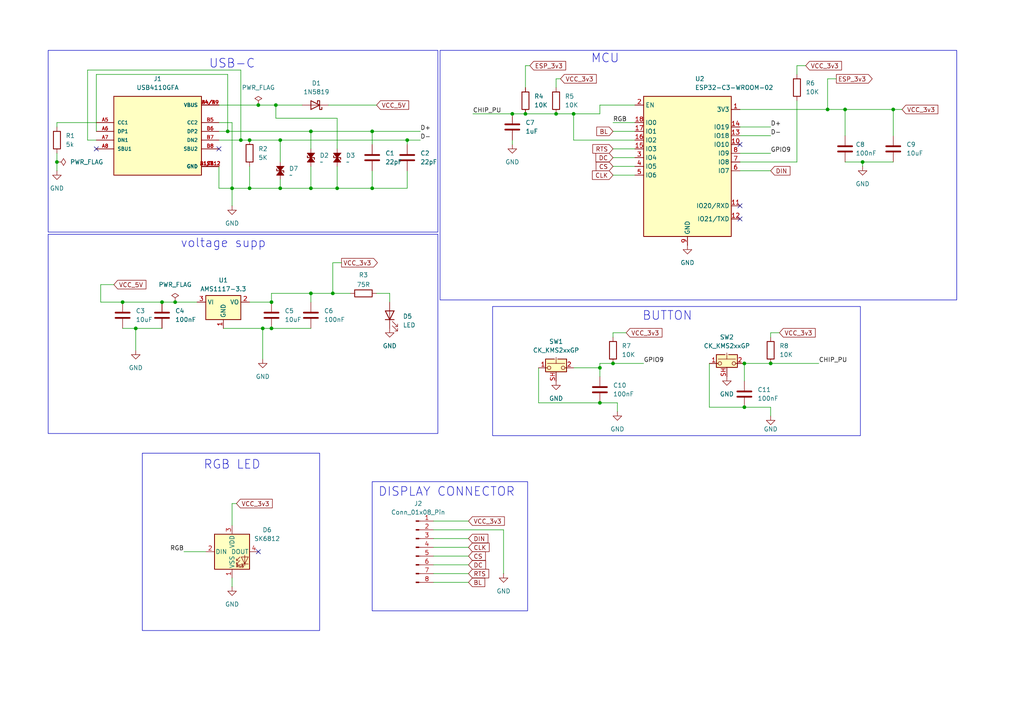
<source format=kicad_sch>
(kicad_sch
	(version 20231120)
	(generator "eeschema")
	(generator_version "8.0")
	(uuid "4440b620-af01-4a63-a300-64eac03f13f7")
	(paper "A4")
	(lib_symbols
		(symbol "Connector:Conn_01x08_Pin"
			(pin_names
				(offset 1.016) hide)
			(exclude_from_sim no)
			(in_bom yes)
			(on_board yes)
			(property "Reference" "J"
				(at 0 10.16 0)
				(effects
					(font
						(size 1.27 1.27)
					)
				)
			)
			(property "Value" "Conn_01x08_Pin"
				(at 0 -12.7 0)
				(effects
					(font
						(size 1.27 1.27)
					)
				)
			)
			(property "Footprint" ""
				(at 0 0 0)
				(effects
					(font
						(size 1.27 1.27)
					)
					(hide yes)
				)
			)
			(property "Datasheet" "~"
				(at 0 0 0)
				(effects
					(font
						(size 1.27 1.27)
					)
					(hide yes)
				)
			)
			(property "Description" "Generic connector, single row, 01x08, script generated"
				(at 0 0 0)
				(effects
					(font
						(size 1.27 1.27)
					)
					(hide yes)
				)
			)
			(property "ki_locked" ""
				(at 0 0 0)
				(effects
					(font
						(size 1.27 1.27)
					)
				)
			)
			(property "ki_keywords" "connector"
				(at 0 0 0)
				(effects
					(font
						(size 1.27 1.27)
					)
					(hide yes)
				)
			)
			(property "ki_fp_filters" "Connector*:*_1x??_*"
				(at 0 0 0)
				(effects
					(font
						(size 1.27 1.27)
					)
					(hide yes)
				)
			)
			(symbol "Conn_01x08_Pin_1_1"
				(polyline
					(pts
						(xy 1.27 -10.16) (xy 0.8636 -10.16)
					)
					(stroke
						(width 0.1524)
						(type default)
					)
					(fill
						(type none)
					)
				)
				(polyline
					(pts
						(xy 1.27 -7.62) (xy 0.8636 -7.62)
					)
					(stroke
						(width 0.1524)
						(type default)
					)
					(fill
						(type none)
					)
				)
				(polyline
					(pts
						(xy 1.27 -5.08) (xy 0.8636 -5.08)
					)
					(stroke
						(width 0.1524)
						(type default)
					)
					(fill
						(type none)
					)
				)
				(polyline
					(pts
						(xy 1.27 -2.54) (xy 0.8636 -2.54)
					)
					(stroke
						(width 0.1524)
						(type default)
					)
					(fill
						(type none)
					)
				)
				(polyline
					(pts
						(xy 1.27 0) (xy 0.8636 0)
					)
					(stroke
						(width 0.1524)
						(type default)
					)
					(fill
						(type none)
					)
				)
				(polyline
					(pts
						(xy 1.27 2.54) (xy 0.8636 2.54)
					)
					(stroke
						(width 0.1524)
						(type default)
					)
					(fill
						(type none)
					)
				)
				(polyline
					(pts
						(xy 1.27 5.08) (xy 0.8636 5.08)
					)
					(stroke
						(width 0.1524)
						(type default)
					)
					(fill
						(type none)
					)
				)
				(polyline
					(pts
						(xy 1.27 7.62) (xy 0.8636 7.62)
					)
					(stroke
						(width 0.1524)
						(type default)
					)
					(fill
						(type none)
					)
				)
				(rectangle
					(start 0.8636 -10.033)
					(end 0 -10.287)
					(stroke
						(width 0.1524)
						(type default)
					)
					(fill
						(type outline)
					)
				)
				(rectangle
					(start 0.8636 -7.493)
					(end 0 -7.747)
					(stroke
						(width 0.1524)
						(type default)
					)
					(fill
						(type outline)
					)
				)
				(rectangle
					(start 0.8636 -4.953)
					(end 0 -5.207)
					(stroke
						(width 0.1524)
						(type default)
					)
					(fill
						(type outline)
					)
				)
				(rectangle
					(start 0.8636 -2.413)
					(end 0 -2.667)
					(stroke
						(width 0.1524)
						(type default)
					)
					(fill
						(type outline)
					)
				)
				(rectangle
					(start 0.8636 0.127)
					(end 0 -0.127)
					(stroke
						(width 0.1524)
						(type default)
					)
					(fill
						(type outline)
					)
				)
				(rectangle
					(start 0.8636 2.667)
					(end 0 2.413)
					(stroke
						(width 0.1524)
						(type default)
					)
					(fill
						(type outline)
					)
				)
				(rectangle
					(start 0.8636 5.207)
					(end 0 4.953)
					(stroke
						(width 0.1524)
						(type default)
					)
					(fill
						(type outline)
					)
				)
				(rectangle
					(start 0.8636 7.747)
					(end 0 7.493)
					(stroke
						(width 0.1524)
						(type default)
					)
					(fill
						(type outline)
					)
				)
				(pin passive line
					(at 5.08 7.62 180)
					(length 3.81)
					(name "Pin_1"
						(effects
							(font
								(size 1.27 1.27)
							)
						)
					)
					(number "1"
						(effects
							(font
								(size 1.27 1.27)
							)
						)
					)
				)
				(pin passive line
					(at 5.08 5.08 180)
					(length 3.81)
					(name "Pin_2"
						(effects
							(font
								(size 1.27 1.27)
							)
						)
					)
					(number "2"
						(effects
							(font
								(size 1.27 1.27)
							)
						)
					)
				)
				(pin passive line
					(at 5.08 2.54 180)
					(length 3.81)
					(name "Pin_3"
						(effects
							(font
								(size 1.27 1.27)
							)
						)
					)
					(number "3"
						(effects
							(font
								(size 1.27 1.27)
							)
						)
					)
				)
				(pin passive line
					(at 5.08 0 180)
					(length 3.81)
					(name "Pin_4"
						(effects
							(font
								(size 1.27 1.27)
							)
						)
					)
					(number "4"
						(effects
							(font
								(size 1.27 1.27)
							)
						)
					)
				)
				(pin passive line
					(at 5.08 -2.54 180)
					(length 3.81)
					(name "Pin_5"
						(effects
							(font
								(size 1.27 1.27)
							)
						)
					)
					(number "5"
						(effects
							(font
								(size 1.27 1.27)
							)
						)
					)
				)
				(pin passive line
					(at 5.08 -5.08 180)
					(length 3.81)
					(name "Pin_6"
						(effects
							(font
								(size 1.27 1.27)
							)
						)
					)
					(number "6"
						(effects
							(font
								(size 1.27 1.27)
							)
						)
					)
				)
				(pin passive line
					(at 5.08 -7.62 180)
					(length 3.81)
					(name "Pin_7"
						(effects
							(font
								(size 1.27 1.27)
							)
						)
					)
					(number "7"
						(effects
							(font
								(size 1.27 1.27)
							)
						)
					)
				)
				(pin passive line
					(at 5.08 -10.16 180)
					(length 3.81)
					(name "Pin_8"
						(effects
							(font
								(size 1.27 1.27)
							)
						)
					)
					(number "8"
						(effects
							(font
								(size 1.27 1.27)
							)
						)
					)
				)
			)
		)
		(symbol "Device:C"
			(pin_numbers hide)
			(pin_names
				(offset 0.254)
			)
			(exclude_from_sim no)
			(in_bom yes)
			(on_board yes)
			(property "Reference" "C"
				(at 0.635 2.54 0)
				(effects
					(font
						(size 1.27 1.27)
					)
					(justify left)
				)
			)
			(property "Value" "C"
				(at 0.635 -2.54 0)
				(effects
					(font
						(size 1.27 1.27)
					)
					(justify left)
				)
			)
			(property "Footprint" ""
				(at 0.9652 -3.81 0)
				(effects
					(font
						(size 1.27 1.27)
					)
					(hide yes)
				)
			)
			(property "Datasheet" "~"
				(at 0 0 0)
				(effects
					(font
						(size 1.27 1.27)
					)
					(hide yes)
				)
			)
			(property "Description" "Unpolarized capacitor"
				(at 0 0 0)
				(effects
					(font
						(size 1.27 1.27)
					)
					(hide yes)
				)
			)
			(property "ki_keywords" "cap capacitor"
				(at 0 0 0)
				(effects
					(font
						(size 1.27 1.27)
					)
					(hide yes)
				)
			)
			(property "ki_fp_filters" "C_*"
				(at 0 0 0)
				(effects
					(font
						(size 1.27 1.27)
					)
					(hide yes)
				)
			)
			(symbol "C_0_1"
				(polyline
					(pts
						(xy -2.032 -0.762) (xy 2.032 -0.762)
					)
					(stroke
						(width 0.508)
						(type default)
					)
					(fill
						(type none)
					)
				)
				(polyline
					(pts
						(xy -2.032 0.762) (xy 2.032 0.762)
					)
					(stroke
						(width 0.508)
						(type default)
					)
					(fill
						(type none)
					)
				)
			)
			(symbol "C_1_1"
				(pin passive line
					(at 0 3.81 270)
					(length 2.794)
					(name "~"
						(effects
							(font
								(size 1.27 1.27)
							)
						)
					)
					(number "1"
						(effects
							(font
								(size 1.27 1.27)
							)
						)
					)
				)
				(pin passive line
					(at 0 -3.81 90)
					(length 2.794)
					(name "~"
						(effects
							(font
								(size 1.27 1.27)
							)
						)
					)
					(number "2"
						(effects
							(font
								(size 1.27 1.27)
							)
						)
					)
				)
			)
		)
		(symbol "Device:D_TVS_Small_Filled"
			(pin_numbers hide)
			(pin_names
				(offset 1.016) hide)
			(exclude_from_sim no)
			(in_bom yes)
			(on_board yes)
			(property "Reference" "D"
				(at 0 2.54 0)
				(effects
					(font
						(size 1.27 1.27)
					)
				)
			)
			(property "Value" "D_TVS_Small_Filled"
				(at 0 -2.54 0)
				(effects
					(font
						(size 1.27 1.27)
					)
				)
			)
			(property "Footprint" ""
				(at 0 0 0)
				(effects
					(font
						(size 1.27 1.27)
					)
					(hide yes)
				)
			)
			(property "Datasheet" "~"
				(at 0 0 0)
				(effects
					(font
						(size 1.27 1.27)
					)
					(hide yes)
				)
			)
			(property "Description" "Bidirectional transient-voltage-suppression diode, small symbol, filled shape"
				(at 0 0 0)
				(effects
					(font
						(size 1.27 1.27)
					)
					(hide yes)
				)
			)
			(property "ki_keywords" "diode TVS thyrector"
				(at 0 0 0)
				(effects
					(font
						(size 1.27 1.27)
					)
					(hide yes)
				)
			)
			(property "ki_fp_filters" "TO-???* *_Diode_* *SingleDiode* D_*"
				(at 0 0 0)
				(effects
					(font
						(size 1.27 1.27)
					)
					(hide yes)
				)
			)
			(symbol "D_TVS_Small_Filled_0_1"
				(polyline
					(pts
						(xy -1.27 0) (xy 1.27 0)
					)
					(stroke
						(width 0)
						(type default)
					)
					(fill
						(type none)
					)
				)
				(polyline
					(pts
						(xy 0.508 1.016) (xy 0 1.016) (xy 0 -1.016) (xy -0.508 -1.016)
					)
					(stroke
						(width 0.254)
						(type default)
					)
					(fill
						(type none)
					)
				)
			)
			(symbol "D_TVS_Small_Filled_1_1"
				(polyline
					(pts
						(xy -1.27 1.016) (xy -1.27 -1.016) (xy 0 0) (xy -1.27 1.016)
					)
					(stroke
						(width 0.254)
						(type default)
					)
					(fill
						(type outline)
					)
				)
				(polyline
					(pts
						(xy 0 0) (xy 1.27 1.016) (xy 1.27 -1.016) (xy 0 0)
					)
					(stroke
						(width 0.254)
						(type default)
					)
					(fill
						(type outline)
					)
				)
				(pin passive line
					(at -2.54 0 0)
					(length 1.27)
					(name "A1"
						(effects
							(font
								(size 1.27 1.27)
							)
						)
					)
					(number "1"
						(effects
							(font
								(size 1.27 1.27)
							)
						)
					)
				)
				(pin passive line
					(at 2.54 0 180)
					(length 1.27)
					(name "A2"
						(effects
							(font
								(size 1.27 1.27)
							)
						)
					)
					(number "2"
						(effects
							(font
								(size 1.27 1.27)
							)
						)
					)
				)
			)
		)
		(symbol "Device:LED"
			(pin_numbers hide)
			(pin_names
				(offset 1.016) hide)
			(exclude_from_sim no)
			(in_bom yes)
			(on_board yes)
			(property "Reference" "D"
				(at 0 2.54 0)
				(effects
					(font
						(size 1.27 1.27)
					)
				)
			)
			(property "Value" "LED"
				(at 0 -2.54 0)
				(effects
					(font
						(size 1.27 1.27)
					)
				)
			)
			(property "Footprint" ""
				(at 0 0 0)
				(effects
					(font
						(size 1.27 1.27)
					)
					(hide yes)
				)
			)
			(property "Datasheet" "~"
				(at 0 0 0)
				(effects
					(font
						(size 1.27 1.27)
					)
					(hide yes)
				)
			)
			(property "Description" "Light emitting diode"
				(at 0 0 0)
				(effects
					(font
						(size 1.27 1.27)
					)
					(hide yes)
				)
			)
			(property "ki_keywords" "LED diode"
				(at 0 0 0)
				(effects
					(font
						(size 1.27 1.27)
					)
					(hide yes)
				)
			)
			(property "ki_fp_filters" "LED* LED_SMD:* LED_THT:*"
				(at 0 0 0)
				(effects
					(font
						(size 1.27 1.27)
					)
					(hide yes)
				)
			)
			(symbol "LED_0_1"
				(polyline
					(pts
						(xy -1.27 -1.27) (xy -1.27 1.27)
					)
					(stroke
						(width 0.254)
						(type default)
					)
					(fill
						(type none)
					)
				)
				(polyline
					(pts
						(xy -1.27 0) (xy 1.27 0)
					)
					(stroke
						(width 0)
						(type default)
					)
					(fill
						(type none)
					)
				)
				(polyline
					(pts
						(xy 1.27 -1.27) (xy 1.27 1.27) (xy -1.27 0) (xy 1.27 -1.27)
					)
					(stroke
						(width 0.254)
						(type default)
					)
					(fill
						(type none)
					)
				)
				(polyline
					(pts
						(xy -3.048 -0.762) (xy -4.572 -2.286) (xy -3.81 -2.286) (xy -4.572 -2.286) (xy -4.572 -1.524)
					)
					(stroke
						(width 0)
						(type default)
					)
					(fill
						(type none)
					)
				)
				(polyline
					(pts
						(xy -1.778 -0.762) (xy -3.302 -2.286) (xy -2.54 -2.286) (xy -3.302 -2.286) (xy -3.302 -1.524)
					)
					(stroke
						(width 0)
						(type default)
					)
					(fill
						(type none)
					)
				)
			)
			(symbol "LED_1_1"
				(pin passive line
					(at -3.81 0 0)
					(length 2.54)
					(name "K"
						(effects
							(font
								(size 1.27 1.27)
							)
						)
					)
					(number "1"
						(effects
							(font
								(size 1.27 1.27)
							)
						)
					)
				)
				(pin passive line
					(at 3.81 0 180)
					(length 2.54)
					(name "A"
						(effects
							(font
								(size 1.27 1.27)
							)
						)
					)
					(number "2"
						(effects
							(font
								(size 1.27 1.27)
							)
						)
					)
				)
			)
		)
		(symbol "Device:R"
			(pin_numbers hide)
			(pin_names
				(offset 0)
			)
			(exclude_from_sim no)
			(in_bom yes)
			(on_board yes)
			(property "Reference" "R"
				(at 2.032 0 90)
				(effects
					(font
						(size 1.27 1.27)
					)
				)
			)
			(property "Value" "R"
				(at 0 0 90)
				(effects
					(font
						(size 1.27 1.27)
					)
				)
			)
			(property "Footprint" ""
				(at -1.778 0 90)
				(effects
					(font
						(size 1.27 1.27)
					)
					(hide yes)
				)
			)
			(property "Datasheet" "~"
				(at 0 0 0)
				(effects
					(font
						(size 1.27 1.27)
					)
					(hide yes)
				)
			)
			(property "Description" "Resistor"
				(at 0 0 0)
				(effects
					(font
						(size 1.27 1.27)
					)
					(hide yes)
				)
			)
			(property "ki_keywords" "R res resistor"
				(at 0 0 0)
				(effects
					(font
						(size 1.27 1.27)
					)
					(hide yes)
				)
			)
			(property "ki_fp_filters" "R_*"
				(at 0 0 0)
				(effects
					(font
						(size 1.27 1.27)
					)
					(hide yes)
				)
			)
			(symbol "R_0_1"
				(rectangle
					(start -1.016 -2.54)
					(end 1.016 2.54)
					(stroke
						(width 0.254)
						(type default)
					)
					(fill
						(type none)
					)
				)
			)
			(symbol "R_1_1"
				(pin passive line
					(at 0 3.81 270)
					(length 1.27)
					(name "~"
						(effects
							(font
								(size 1.27 1.27)
							)
						)
					)
					(number "1"
						(effects
							(font
								(size 1.27 1.27)
							)
						)
					)
				)
				(pin passive line
					(at 0 -3.81 90)
					(length 1.27)
					(name "~"
						(effects
							(font
								(size 1.27 1.27)
							)
						)
					)
					(number "2"
						(effects
							(font
								(size 1.27 1.27)
							)
						)
					)
				)
			)
		)
		(symbol "Diode:1N5819"
			(pin_numbers hide)
			(pin_names
				(offset 1.016) hide)
			(exclude_from_sim no)
			(in_bom yes)
			(on_board yes)
			(property "Reference" "D"
				(at 0 2.54 0)
				(effects
					(font
						(size 1.27 1.27)
					)
				)
			)
			(property "Value" "1N5819"
				(at 0 -2.54 0)
				(effects
					(font
						(size 1.27 1.27)
					)
				)
			)
			(property "Footprint" "Diode_THT:D_DO-41_SOD81_P10.16mm_Horizontal"
				(at 0 -4.445 0)
				(effects
					(font
						(size 1.27 1.27)
					)
					(hide yes)
				)
			)
			(property "Datasheet" "http://www.vishay.com/docs/88525/1n5817.pdf"
				(at 0 0 0)
				(effects
					(font
						(size 1.27 1.27)
					)
					(hide yes)
				)
			)
			(property "Description" "40V 1A Schottky Barrier Rectifier Diode, DO-41"
				(at 0 0 0)
				(effects
					(font
						(size 1.27 1.27)
					)
					(hide yes)
				)
			)
			(property "ki_keywords" "diode Schottky"
				(at 0 0 0)
				(effects
					(font
						(size 1.27 1.27)
					)
					(hide yes)
				)
			)
			(property "ki_fp_filters" "D*DO?41*"
				(at 0 0 0)
				(effects
					(font
						(size 1.27 1.27)
					)
					(hide yes)
				)
			)
			(symbol "1N5819_0_1"
				(polyline
					(pts
						(xy 1.27 0) (xy -1.27 0)
					)
					(stroke
						(width 0)
						(type default)
					)
					(fill
						(type none)
					)
				)
				(polyline
					(pts
						(xy 1.27 1.27) (xy 1.27 -1.27) (xy -1.27 0) (xy 1.27 1.27)
					)
					(stroke
						(width 0.254)
						(type default)
					)
					(fill
						(type none)
					)
				)
				(polyline
					(pts
						(xy -1.905 0.635) (xy -1.905 1.27) (xy -1.27 1.27) (xy -1.27 -1.27) (xy -0.635 -1.27) (xy -0.635 -0.635)
					)
					(stroke
						(width 0.254)
						(type default)
					)
					(fill
						(type none)
					)
				)
			)
			(symbol "1N5819_1_1"
				(pin passive line
					(at -3.81 0 0)
					(length 2.54)
					(name "K"
						(effects
							(font
								(size 1.27 1.27)
							)
						)
					)
					(number "1"
						(effects
							(font
								(size 1.27 1.27)
							)
						)
					)
				)
				(pin passive line
					(at 3.81 0 180)
					(length 2.54)
					(name "A"
						(effects
							(font
								(size 1.27 1.27)
							)
						)
					)
					(number "2"
						(effects
							(font
								(size 1.27 1.27)
							)
						)
					)
				)
			)
		)
		(symbol "LED:SK6812"
			(pin_names
				(offset 0.254)
			)
			(exclude_from_sim no)
			(in_bom yes)
			(on_board yes)
			(property "Reference" "D"
				(at 5.08 5.715 0)
				(effects
					(font
						(size 1.27 1.27)
					)
					(justify right bottom)
				)
			)
			(property "Value" "SK6812"
				(at 1.27 -5.715 0)
				(effects
					(font
						(size 1.27 1.27)
					)
					(justify left top)
				)
			)
			(property "Footprint" "LED_SMD:LED_SK6812_PLCC4_5.0x5.0mm_P3.2mm"
				(at 1.27 -7.62 0)
				(effects
					(font
						(size 1.27 1.27)
					)
					(justify left top)
					(hide yes)
				)
			)
			(property "Datasheet" "https://cdn-shop.adafruit.com/product-files/1138/SK6812+LED+datasheet+.pdf"
				(at 2.54 -9.525 0)
				(effects
					(font
						(size 1.27 1.27)
					)
					(justify left top)
					(hide yes)
				)
			)
			(property "Description" "RGB LED with integrated controller"
				(at 0 0 0)
				(effects
					(font
						(size 1.27 1.27)
					)
					(hide yes)
				)
			)
			(property "ki_keywords" "RGB LED NeoPixel addressable"
				(at 0 0 0)
				(effects
					(font
						(size 1.27 1.27)
					)
					(hide yes)
				)
			)
			(property "ki_fp_filters" "LED*SK6812*PLCC*5.0x5.0mm*P3.2mm*"
				(at 0 0 0)
				(effects
					(font
						(size 1.27 1.27)
					)
					(hide yes)
				)
			)
			(symbol "SK6812_0_0"
				(text "RGB"
					(at 2.286 -4.191 0)
					(effects
						(font
							(size 0.762 0.762)
						)
					)
				)
			)
			(symbol "SK6812_0_1"
				(polyline
					(pts
						(xy 1.27 -3.556) (xy 1.778 -3.556)
					)
					(stroke
						(width 0)
						(type default)
					)
					(fill
						(type none)
					)
				)
				(polyline
					(pts
						(xy 1.27 -2.54) (xy 1.778 -2.54)
					)
					(stroke
						(width 0)
						(type default)
					)
					(fill
						(type none)
					)
				)
				(polyline
					(pts
						(xy 4.699 -3.556) (xy 2.667 -3.556)
					)
					(stroke
						(width 0)
						(type default)
					)
					(fill
						(type none)
					)
				)
				(polyline
					(pts
						(xy 2.286 -2.54) (xy 1.27 -3.556) (xy 1.27 -3.048)
					)
					(stroke
						(width 0)
						(type default)
					)
					(fill
						(type none)
					)
				)
				(polyline
					(pts
						(xy 2.286 -1.524) (xy 1.27 -2.54) (xy 1.27 -2.032)
					)
					(stroke
						(width 0)
						(type default)
					)
					(fill
						(type none)
					)
				)
				(polyline
					(pts
						(xy 3.683 -1.016) (xy 3.683 -3.556) (xy 3.683 -4.064)
					)
					(stroke
						(width 0)
						(type default)
					)
					(fill
						(type none)
					)
				)
				(polyline
					(pts
						(xy 4.699 -1.524) (xy 2.667 -1.524) (xy 3.683 -3.556) (xy 4.699 -1.524)
					)
					(stroke
						(width 0)
						(type default)
					)
					(fill
						(type none)
					)
				)
				(rectangle
					(start 5.08 5.08)
					(end -5.08 -5.08)
					(stroke
						(width 0.254)
						(type default)
					)
					(fill
						(type background)
					)
				)
			)
			(symbol "SK6812_1_1"
				(pin power_in line
					(at 0 -7.62 90)
					(length 2.54)
					(name "VSS"
						(effects
							(font
								(size 1.27 1.27)
							)
						)
					)
					(number "1"
						(effects
							(font
								(size 1.27 1.27)
							)
						)
					)
				)
				(pin input line
					(at -7.62 0 0)
					(length 2.54)
					(name "DIN"
						(effects
							(font
								(size 1.27 1.27)
							)
						)
					)
					(number "2"
						(effects
							(font
								(size 1.27 1.27)
							)
						)
					)
				)
				(pin power_in line
					(at 0 7.62 270)
					(length 2.54)
					(name "VDD"
						(effects
							(font
								(size 1.27 1.27)
							)
						)
					)
					(number "3"
						(effects
							(font
								(size 1.27 1.27)
							)
						)
					)
				)
				(pin output line
					(at 7.62 0 180)
					(length 2.54)
					(name "DOUT"
						(effects
							(font
								(size 1.27 1.27)
							)
						)
					)
					(number "4"
						(effects
							(font
								(size 1.27 1.27)
							)
						)
					)
				)
			)
		)
		(symbol "RF_Module:ESP32-C3-WROOM-02"
			(exclude_from_sim no)
			(in_bom yes)
			(on_board yes)
			(property "Reference" "U2"
				(at 2.1941 25.4 0)
				(effects
					(font
						(size 1.27 1.27)
					)
					(justify left)
				)
			)
			(property "Value" "ESP32-C3-WROOM-02"
				(at 2.1941 22.86 0)
				(effects
					(font
						(size 1.27 1.27)
					)
					(justify left)
				)
			)
			(property "Footprint" "RF_Module:ESP32-C3-WROOM-02"
				(at 0 0.635 0)
				(effects
					(font
						(size 1.27 1.27)
					)
					(hide yes)
				)
			)
			(property "Datasheet" "https://www.espressif.com/sites/default/files/documentation/esp32-c3-wroom-02_datasheet_en.pdf"
				(at 0 0.635 0)
				(effects
					(font
						(size 1.27 1.27)
					)
					(hide yes)
				)
			)
			(property "Description" "802.11 b/g/n Wi­Fi and Bluetooth 5 module, ESP32­C3 SoC, RISC­V microprocessor, On-board antenna"
				(at 0 0.635 0)
				(effects
					(font
						(size 1.27 1.27)
					)
					(hide yes)
				)
			)
			(property "ki_keywords" "esp32 espressif WiFi Bluetooth LE"
				(at 0 0 0)
				(effects
					(font
						(size 1.27 1.27)
					)
					(hide yes)
				)
			)
			(property "ki_fp_filters" "ESP32?C3*WROOM?02*"
				(at 0 0 0)
				(effects
					(font
						(size 1.27 1.27)
					)
					(hide yes)
				)
			)
			(symbol "ESP32-C3-WROOM-02_1_1"
				(rectangle
					(start -12.7 20.32)
					(end 12.7 -20.32)
					(stroke
						(width 0.254)
						(type default)
					)
					(fill
						(type background)
					)
				)
				(pin power_in line
					(at 15.24 16.51 180)
					(length 2.54)
					(name "3V3"
						(effects
							(font
								(size 1.27 1.27)
							)
						)
					)
					(number "1"
						(effects
							(font
								(size 1.27 1.27)
							)
						)
					)
				)
				(pin bidirectional line
					(at 15.24 6.35 180)
					(length 2.54)
					(name "IO10"
						(effects
							(font
								(size 1.27 1.27)
							)
						)
					)
					(number "10"
						(effects
							(font
								(size 1.27 1.27)
							)
						)
					)
				)
				(pin bidirectional line
					(at 15.24 -11.43 180)
					(length 2.54)
					(name "IO20/RXD"
						(effects
							(font
								(size 1.27 1.27)
							)
						)
					)
					(number "11"
						(effects
							(font
								(size 1.27 1.27)
							)
						)
					)
				)
				(pin bidirectional line
					(at 15.24 -15.24 180)
					(length 2.54)
					(name "IO21/TXD"
						(effects
							(font
								(size 1.27 1.27)
							)
						)
					)
					(number "12"
						(effects
							(font
								(size 1.27 1.27)
							)
						)
					)
				)
				(pin bidirectional line
					(at 15.24 8.89 180)
					(length 2.54)
					(name "IO18"
						(effects
							(font
								(size 1.27 1.27)
							)
						)
					)
					(number "13"
						(effects
							(font
								(size 1.27 1.27)
							)
						)
					)
				)
				(pin bidirectional line
					(at 15.24 11.43 180)
					(length 2.54)
					(name "IO19"
						(effects
							(font
								(size 1.27 1.27)
							)
						)
					)
					(number "14"
						(effects
							(font
								(size 1.27 1.27)
							)
						)
					)
				)
				(pin bidirectional line
					(at -15.24 5.08 0)
					(length 2.54)
					(name "IO3"
						(effects
							(font
								(size 1.27 1.27)
							)
						)
					)
					(number "15"
						(effects
							(font
								(size 1.27 1.27)
							)
						)
					)
				)
				(pin bidirectional line
					(at -15.24 7.62 0)
					(length 2.54)
					(name "IO2"
						(effects
							(font
								(size 1.27 1.27)
							)
						)
					)
					(number "16"
						(effects
							(font
								(size 1.27 1.27)
							)
						)
					)
				)
				(pin bidirectional line
					(at -15.24 10.16 0)
					(length 2.54)
					(name "IO1"
						(effects
							(font
								(size 1.27 1.27)
							)
						)
					)
					(number "17"
						(effects
							(font
								(size 1.27 1.27)
							)
						)
					)
				)
				(pin bidirectional line
					(at -15.24 12.7 0)
					(length 2.54)
					(name "IO0"
						(effects
							(font
								(size 1.27 1.27)
							)
						)
					)
					(number "18"
						(effects
							(font
								(size 1.27 1.27)
							)
						)
					)
				)
				(pin passive line
					(at 0 -22.86 90)
					(length 2.54) hide
					(name "GND"
						(effects
							(font
								(size 1.27 1.27)
							)
						)
					)
					(number "19"
						(effects
							(font
								(size 1.27 1.27)
							)
						)
					)
				)
				(pin input line
					(at -15.24 17.78 0)
					(length 2.54)
					(name "EN"
						(effects
							(font
								(size 1.27 1.27)
							)
						)
					)
					(number "2"
						(effects
							(font
								(size 1.27 1.27)
							)
						)
					)
				)
				(pin bidirectional line
					(at -15.24 2.54 0)
					(length 2.54)
					(name "IO4"
						(effects
							(font
								(size 1.27 1.27)
							)
						)
					)
					(number "3"
						(effects
							(font
								(size 1.27 1.27)
							)
						)
					)
				)
				(pin bidirectional line
					(at -15.24 0 0)
					(length 2.54)
					(name "IO5"
						(effects
							(font
								(size 1.27 1.27)
							)
						)
					)
					(number "4"
						(effects
							(font
								(size 1.27 1.27)
							)
						)
					)
				)
				(pin bidirectional line
					(at -15.24 -2.54 0)
					(length 2.54)
					(name "IO6"
						(effects
							(font
								(size 1.27 1.27)
							)
						)
					)
					(number "5"
						(effects
							(font
								(size 1.27 1.27)
							)
						)
					)
				)
				(pin bidirectional line
					(at 15.24 -1.27 180)
					(length 2.54)
					(name "IO7"
						(effects
							(font
								(size 1.27 1.27)
							)
						)
					)
					(number "6"
						(effects
							(font
								(size 1.27 1.27)
							)
						)
					)
				)
				(pin bidirectional line
					(at 15.24 1.27 180)
					(length 2.54)
					(name "IO8"
						(effects
							(font
								(size 1.27 1.27)
							)
						)
					)
					(number "7"
						(effects
							(font
								(size 1.27 1.27)
							)
						)
					)
				)
				(pin bidirectional line
					(at 15.24 3.81 180)
					(length 2.54)
					(name "IO9"
						(effects
							(font
								(size 1.27 1.27)
							)
						)
					)
					(number "8"
						(effects
							(font
								(size 1.27 1.27)
							)
						)
					)
				)
				(pin power_in line
					(at 0 -22.86 90)
					(length 2.54)
					(name "GND"
						(effects
							(font
								(size 1.27 1.27)
							)
						)
					)
					(number "9"
						(effects
							(font
								(size 1.27 1.27)
							)
						)
					)
				)
			)
		)
		(symbol "Regulator_Linear:AMS1117-3.3"
			(exclude_from_sim no)
			(in_bom yes)
			(on_board yes)
			(property "Reference" "U"
				(at -3.81 3.175 0)
				(effects
					(font
						(size 1.27 1.27)
					)
				)
			)
			(property "Value" "AMS1117-3.3"
				(at 0 3.175 0)
				(effects
					(font
						(size 1.27 1.27)
					)
					(justify left)
				)
			)
			(property "Footprint" "Package_TO_SOT_SMD:SOT-223-3_TabPin2"
				(at 0 5.08 0)
				(effects
					(font
						(size 1.27 1.27)
					)
					(hide yes)
				)
			)
			(property "Datasheet" "http://www.advanced-monolithic.com/pdf/ds1117.pdf"
				(at 2.54 -6.35 0)
				(effects
					(font
						(size 1.27 1.27)
					)
					(hide yes)
				)
			)
			(property "Description" "1A Low Dropout regulator, positive, 3.3V fixed output, SOT-223"
				(at 0 0 0)
				(effects
					(font
						(size 1.27 1.27)
					)
					(hide yes)
				)
			)
			(property "ki_keywords" "linear regulator ldo fixed positive"
				(at 0 0 0)
				(effects
					(font
						(size 1.27 1.27)
					)
					(hide yes)
				)
			)
			(property "ki_fp_filters" "SOT?223*TabPin2*"
				(at 0 0 0)
				(effects
					(font
						(size 1.27 1.27)
					)
					(hide yes)
				)
			)
			(symbol "AMS1117-3.3_0_1"
				(rectangle
					(start -5.08 -5.08)
					(end 5.08 1.905)
					(stroke
						(width 0.254)
						(type default)
					)
					(fill
						(type background)
					)
				)
			)
			(symbol "AMS1117-3.3_1_1"
				(pin power_in line
					(at 0 -7.62 90)
					(length 2.54)
					(name "GND"
						(effects
							(font
								(size 1.27 1.27)
							)
						)
					)
					(number "1"
						(effects
							(font
								(size 1.27 1.27)
							)
						)
					)
				)
				(pin power_out line
					(at 7.62 0 180)
					(length 2.54)
					(name "VO"
						(effects
							(font
								(size 1.27 1.27)
							)
						)
					)
					(number "2"
						(effects
							(font
								(size 1.27 1.27)
							)
						)
					)
				)
				(pin power_in line
					(at -7.62 0 0)
					(length 2.54)
					(name "VI"
						(effects
							(font
								(size 1.27 1.27)
							)
						)
					)
					(number "3"
						(effects
							(font
								(size 1.27 1.27)
							)
						)
					)
				)
			)
		)
		(symbol "Switch:CK_KMS2xxGP"
			(pin_names
				(offset 1.016) hide)
			(exclude_from_sim no)
			(in_bom yes)
			(on_board yes)
			(property "Reference" "SW"
				(at 4.318 2.032 0)
				(effects
					(font
						(size 1.27 1.27)
					)
					(justify left)
				)
			)
			(property "Value" "CK_KMS2xxGP"
				(at 0 4.572 0)
				(effects
					(font
						(size 1.27 1.27)
					)
				)
			)
			(property "Footprint" "Button_Switch_SMD:SW_SPST_CK_KMS2xxGP"
				(at 0 5.08 0)
				(effects
					(font
						(size 1.27 1.27)
					)
					(hide yes)
				)
			)
			(property "Datasheet" "https://www.ckswitches.com/media/1482/kms.pdf"
				(at 0 5.08 0)
				(effects
					(font
						(size 1.27 1.27)
					)
					(hide yes)
				)
			)
			(property "Description" "Microminiature SMT Side Actuated, 4.2 x 2.8 x 1.42mm, with pegs, with shield pin"
				(at 0 0 0)
				(effects
					(font
						(size 1.27 1.27)
					)
					(hide yes)
				)
			)
			(property "ki_keywords" "switch normally-open pushbutton push-button"
				(at 0 0 0)
				(effects
					(font
						(size 1.27 1.27)
					)
					(hide yes)
				)
			)
			(property "ki_fp_filters" "*SW*KMS2*GP*"
				(at 0 0 0)
				(effects
					(font
						(size 1.27 1.27)
					)
					(hide yes)
				)
			)
			(symbol "CK_KMS2xxGP_0_1"
				(circle
					(center -2.032 0)
					(radius 0.508)
					(stroke
						(width 0)
						(type default)
					)
					(fill
						(type none)
					)
				)
				(polyline
					(pts
						(xy 0 1.27) (xy 0 3.048)
					)
					(stroke
						(width 0)
						(type default)
					)
					(fill
						(type none)
					)
				)
				(polyline
					(pts
						(xy 2.54 1.27) (xy -2.54 1.27)
					)
					(stroke
						(width 0)
						(type default)
					)
					(fill
						(type none)
					)
				)
				(polyline
					(pts
						(xy 0.508 2.54) (xy 3.048 2.54) (xy 3.048 -1.143) (xy -3.048 -1.143) (xy -3.048 2.54) (xy -0.508 2.54)
					)
					(stroke
						(width -0.0254)
						(type default)
					)
					(fill
						(type none)
					)
				)
				(polyline
					(pts
						(xy 0.508 2.54) (xy 3.048 2.54) (xy 3.048 -1.143) (xy -3.048 -1.143) (xy -3.048 2.54) (xy -0.508 2.54)
					)
					(stroke
						(width 0.254)
						(type default)
					)
					(fill
						(type none)
					)
				)
				(circle
					(center 2.032 0)
					(radius 0.508)
					(stroke
						(width 0)
						(type default)
					)
					(fill
						(type none)
					)
				)
				(pin passive line
					(at -5.08 0 0)
					(length 2.54)
					(name "1"
						(effects
							(font
								(size 1.27 1.27)
							)
						)
					)
					(number "1"
						(effects
							(font
								(size 1.27 1.27)
							)
						)
					)
				)
				(pin passive line
					(at 5.08 0 180)
					(length 2.54)
					(name "2"
						(effects
							(font
								(size 1.27 1.27)
							)
						)
					)
					(number "2"
						(effects
							(font
								(size 1.27 1.27)
							)
						)
					)
				)
			)
			(symbol "CK_KMS2xxGP_1_1"
				(rectangle
					(start -3.048 2.54)
					(end 3.048 -1.27)
					(stroke
						(width -0.0254)
						(type default)
					)
					(fill
						(type background)
					)
				)
				(pin passive line
					(at 0 -3.81 90)
					(length 2.54)
					(name "B"
						(effects
							(font
								(size 1.27 1.27)
							)
						)
					)
					(number "SH"
						(effects
							(font
								(size 1.27 1.27)
							)
						)
					)
				)
			)
		)
		(symbol "USB4110GFA:USB4110GFA"
			(pin_names
				(offset 1.016)
			)
			(exclude_from_sim no)
			(in_bom yes)
			(on_board yes)
			(property "Reference" "J"
				(at -12.7 11.43 0)
				(effects
					(font
						(size 1.27 1.27)
					)
					(justify left bottom)
				)
			)
			(property "Value" "USB4110GFA"
				(at -12.7 -15.24 0)
				(effects
					(font
						(size 1.27 1.27)
					)
					(justify left bottom)
				)
			)
			(property "Footprint" "USB4110GFA:GCT_USB4110GFA"
				(at 0 0 0)
				(effects
					(font
						(size 1.27 1.27)
					)
					(justify bottom)
					(hide yes)
				)
			)
			(property "Datasheet" ""
				(at 0 0 0)
				(effects
					(font
						(size 1.27 1.27)
					)
					(hide yes)
				)
			)
			(property "Description" ""
				(at 0 0 0)
				(effects
					(font
						(size 1.27 1.27)
					)
					(hide yes)
				)
			)
			(property "MF" "GCT"
				(at 0 0 0)
				(effects
					(font
						(size 1.27 1.27)
					)
					(justify bottom)
					(hide yes)
				)
			)
			(property "Description_1" "\n                        \n                            USB-C (USB TYPE-C) USB 2.0 Receptacle Connector 24 (16+8 Dummy) Position Surface Mount, Right Angle; Through Hole\n                        \n"
				(at 0 0 0)
				(effects
					(font
						(size 1.27 1.27)
					)
					(justify bottom)
					(hide yes)
				)
			)
			(property "Package" "None"
				(at 0 0 0)
				(effects
					(font
						(size 1.27 1.27)
					)
					(justify bottom)
					(hide yes)
				)
			)
			(property "Price" "None"
				(at 0 0 0)
				(effects
					(font
						(size 1.27 1.27)
					)
					(justify bottom)
					(hide yes)
				)
			)
			(property "SnapEDA_Link" "https://www.snapeda.com/parts/USB4110-GF-A/Global+Connector+Technology/view-part/?ref=snap"
				(at 0 0 0)
				(effects
					(font
						(size 1.27 1.27)
					)
					(justify bottom)
					(hide yes)
				)
			)
			(property "MP" "USB4110-GF-A"
				(at 0 0 0)
				(effects
					(font
						(size 1.27 1.27)
					)
					(justify bottom)
					(hide yes)
				)
			)
			(property "Availability" "In Stock"
				(at 0 0 0)
				(effects
					(font
						(size 1.27 1.27)
					)
					(justify bottom)
					(hide yes)
				)
			)
			(property "Check_prices" "https://www.snapeda.com/parts/USB4110-GF-A/Global+Connector+Technology/view-part/?ref=eda"
				(at 0 0 0)
				(effects
					(font
						(size 1.27 1.27)
					)
					(justify bottom)
					(hide yes)
				)
			)
			(symbol "USB4110GFA_0_0"
				(rectangle
					(start -12.7 -12.7)
					(end 12.7 10.16)
					(stroke
						(width 0.254)
						(type default)
					)
					(fill
						(type background)
					)
				)
				(pin power_in line
					(at 17.78 -10.16 180)
					(length 5.08)
					(name "GND"
						(effects
							(font
								(size 1.016 1.016)
							)
						)
					)
					(number "A1/B12"
						(effects
							(font
								(size 1.016 1.016)
							)
						)
					)
				)
				(pin power_in line
					(at 17.78 7.62 180)
					(length 5.08)
					(name "VBUS"
						(effects
							(font
								(size 1.016 1.016)
							)
						)
					)
					(number "A4/B9"
						(effects
							(font
								(size 1.016 1.016)
							)
						)
					)
				)
				(pin bidirectional line
					(at -17.78 2.54 0)
					(length 5.08)
					(name "CC1"
						(effects
							(font
								(size 1.016 1.016)
							)
						)
					)
					(number "A5"
						(effects
							(font
								(size 1.016 1.016)
							)
						)
					)
				)
				(pin bidirectional line
					(at -17.78 0 0)
					(length 5.08)
					(name "DP1"
						(effects
							(font
								(size 1.016 1.016)
							)
						)
					)
					(number "A6"
						(effects
							(font
								(size 1.016 1.016)
							)
						)
					)
				)
				(pin bidirectional line
					(at -17.78 -2.54 0)
					(length 5.08)
					(name "DN1"
						(effects
							(font
								(size 1.016 1.016)
							)
						)
					)
					(number "A7"
						(effects
							(font
								(size 1.016 1.016)
							)
						)
					)
				)
				(pin bidirectional line
					(at -17.78 -5.08 0)
					(length 5.08)
					(name "SBU1"
						(effects
							(font
								(size 1.016 1.016)
							)
						)
					)
					(number "A8"
						(effects
							(font
								(size 1.016 1.016)
							)
						)
					)
				)
				(pin power_in line
					(at 17.78 -10.16 180)
					(length 5.08)
					(name "GND"
						(effects
							(font
								(size 1.016 1.016)
							)
						)
					)
					(number "B1/A12"
						(effects
							(font
								(size 1.016 1.016)
							)
						)
					)
				)
				(pin power_in line
					(at 17.78 7.62 180)
					(length 5.08)
					(name "VBUS"
						(effects
							(font
								(size 1.016 1.016)
							)
						)
					)
					(number "B4/A9"
						(effects
							(font
								(size 1.016 1.016)
							)
						)
					)
				)
				(pin bidirectional line
					(at 17.78 2.54 180)
					(length 5.08)
					(name "CC2"
						(effects
							(font
								(size 1.016 1.016)
							)
						)
					)
					(number "B5"
						(effects
							(font
								(size 1.016 1.016)
							)
						)
					)
				)
				(pin bidirectional line
					(at 17.78 0 180)
					(length 5.08)
					(name "DP2"
						(effects
							(font
								(size 1.016 1.016)
							)
						)
					)
					(number "B6"
						(effects
							(font
								(size 1.016 1.016)
							)
						)
					)
				)
				(pin bidirectional line
					(at 17.78 -2.54 180)
					(length 5.08)
					(name "DN2"
						(effects
							(font
								(size 1.016 1.016)
							)
						)
					)
					(number "B7"
						(effects
							(font
								(size 1.016 1.016)
							)
						)
					)
				)
				(pin bidirectional line
					(at 17.78 -5.08 180)
					(length 5.08)
					(name "SBU2"
						(effects
							(font
								(size 1.016 1.016)
							)
						)
					)
					(number "B8"
						(effects
							(font
								(size 1.016 1.016)
							)
						)
					)
				)
				(pin power_in line
					(at 17.78 -10.16 180)
					(length 5.08)
					(name "GND"
						(effects
							(font
								(size 1.016 1.016)
							)
						)
					)
					(number "S1"
						(effects
							(font
								(size 1.016 1.016)
							)
						)
					)
				)
				(pin power_in line
					(at 17.78 -10.16 180)
					(length 5.08)
					(name "GND"
						(effects
							(font
								(size 1.016 1.016)
							)
						)
					)
					(number "S2"
						(effects
							(font
								(size 1.016 1.016)
							)
						)
					)
				)
				(pin power_in line
					(at 17.78 -10.16 180)
					(length 5.08)
					(name "GND"
						(effects
							(font
								(size 1.016 1.016)
							)
						)
					)
					(number "S3"
						(effects
							(font
								(size 1.016 1.016)
							)
						)
					)
				)
				(pin power_in line
					(at 17.78 -10.16 180)
					(length 5.08)
					(name "GND"
						(effects
							(font
								(size 1.016 1.016)
							)
						)
					)
					(number "S4"
						(effects
							(font
								(size 1.016 1.016)
							)
						)
					)
				)
			)
		)
		(symbol "power:GND"
			(power)
			(pin_numbers hide)
			(pin_names
				(offset 0) hide)
			(exclude_from_sim no)
			(in_bom yes)
			(on_board yes)
			(property "Reference" "#PWR"
				(at 0 -6.35 0)
				(effects
					(font
						(size 1.27 1.27)
					)
					(hide yes)
				)
			)
			(property "Value" "GND"
				(at 0 -3.81 0)
				(effects
					(font
						(size 1.27 1.27)
					)
				)
			)
			(property "Footprint" ""
				(at 0 0 0)
				(effects
					(font
						(size 1.27 1.27)
					)
					(hide yes)
				)
			)
			(property "Datasheet" ""
				(at 0 0 0)
				(effects
					(font
						(size 1.27 1.27)
					)
					(hide yes)
				)
			)
			(property "Description" "Power symbol creates a global label with name \"GND\" , ground"
				(at 0 0 0)
				(effects
					(font
						(size 1.27 1.27)
					)
					(hide yes)
				)
			)
			(property "ki_keywords" "global power"
				(at 0 0 0)
				(effects
					(font
						(size 1.27 1.27)
					)
					(hide yes)
				)
			)
			(symbol "GND_0_1"
				(polyline
					(pts
						(xy 0 0) (xy 0 -1.27) (xy 1.27 -1.27) (xy 0 -2.54) (xy -1.27 -1.27) (xy 0 -1.27)
					)
					(stroke
						(width 0)
						(type default)
					)
					(fill
						(type none)
					)
				)
			)
			(symbol "GND_1_1"
				(pin power_in line
					(at 0 0 270)
					(length 0)
					(name "~"
						(effects
							(font
								(size 1.27 1.27)
							)
						)
					)
					(number "1"
						(effects
							(font
								(size 1.27 1.27)
							)
						)
					)
				)
			)
		)
		(symbol "power:PWR_FLAG"
			(power)
			(pin_numbers hide)
			(pin_names
				(offset 0) hide)
			(exclude_from_sim no)
			(in_bom yes)
			(on_board yes)
			(property "Reference" "#FLG"
				(at 0 1.905 0)
				(effects
					(font
						(size 1.27 1.27)
					)
					(hide yes)
				)
			)
			(property "Value" "PWR_FLAG"
				(at 0 3.81 0)
				(effects
					(font
						(size 1.27 1.27)
					)
				)
			)
			(property "Footprint" ""
				(at 0 0 0)
				(effects
					(font
						(size 1.27 1.27)
					)
					(hide yes)
				)
			)
			(property "Datasheet" "~"
				(at 0 0 0)
				(effects
					(font
						(size 1.27 1.27)
					)
					(hide yes)
				)
			)
			(property "Description" "Special symbol for telling ERC where power comes from"
				(at 0 0 0)
				(effects
					(font
						(size 1.27 1.27)
					)
					(hide yes)
				)
			)
			(property "ki_keywords" "flag power"
				(at 0 0 0)
				(effects
					(font
						(size 1.27 1.27)
					)
					(hide yes)
				)
			)
			(symbol "PWR_FLAG_0_0"
				(pin power_out line
					(at 0 0 90)
					(length 0)
					(name "~"
						(effects
							(font
								(size 1.27 1.27)
							)
						)
					)
					(number "1"
						(effects
							(font
								(size 1.27 1.27)
							)
						)
					)
				)
			)
			(symbol "PWR_FLAG_0_1"
				(polyline
					(pts
						(xy 0 0) (xy 0 1.27) (xy -1.016 1.905) (xy 0 2.54) (xy 1.016 1.905) (xy 0 1.27)
					)
					(stroke
						(width 0)
						(type default)
					)
					(fill
						(type none)
					)
				)
			)
		)
	)
	(junction
		(at 90.17 54.61)
		(diameter 0)
		(color 0 0 0 0)
		(uuid "250428a0-bd29-4bbf-be34-c425f70fcf83")
	)
	(junction
		(at 39.37 95.25)
		(diameter 0)
		(color 0 0 0 0)
		(uuid "26a34524-f812-4bd5-b05b-84837b1bbe8b")
	)
	(junction
		(at 90.17 38.1)
		(diameter 0)
		(color 0 0 0 0)
		(uuid "2a405a91-691e-4317-970b-f6aae5ef1ad3")
	)
	(junction
		(at 80.01 30.48)
		(diameter 0)
		(color 0 0 0 0)
		(uuid "37b85d4c-e28e-45b0-a50e-ceedcddf0c99")
	)
	(junction
		(at 250.19 46.99)
		(diameter 0)
		(color 0 0 0 0)
		(uuid "3db536d7-6746-461e-ad41-088a34770e0f")
	)
	(junction
		(at 46.99 87.63)
		(diameter 0)
		(color 0 0 0 0)
		(uuid "40d8f6e5-b28a-47c6-b0cd-824b96fca08d")
	)
	(junction
		(at 72.39 40.64)
		(diameter 0)
		(color 0 0 0 0)
		(uuid "430d740c-ea0c-4073-a9ba-97c8e50406ba")
	)
	(junction
		(at 97.79 54.61)
		(diameter 0)
		(color 0 0 0 0)
		(uuid "4b4bf4ba-b42c-4876-acc9-4957e51b3c52")
	)
	(junction
		(at 81.28 40.64)
		(diameter 0)
		(color 0 0 0 0)
		(uuid "5139dbd4-7935-4494-bdb6-97e090453ee3")
	)
	(junction
		(at 72.39 54.61)
		(diameter 0)
		(color 0 0 0 0)
		(uuid "5773eb75-257d-488a-88d3-ac9187bcd44d")
	)
	(junction
		(at 66.04 38.1)
		(diameter 0)
		(color 0 0 0 0)
		(uuid "5ec29018-5a22-478c-9c5a-f2d970ee3f1e")
	)
	(junction
		(at 173.99 116.84)
		(diameter 0)
		(color 0 0 0 0)
		(uuid "66c82f62-85de-447a-aadc-1138f86211ed")
	)
	(junction
		(at 76.2 95.25)
		(diameter 0)
		(color 0 0 0 0)
		(uuid "77cb100a-b107-4321-be66-58a45eb499fb")
	)
	(junction
		(at 259.08 31.75)
		(diameter 0)
		(color 0 0 0 0)
		(uuid "7f155e82-86c2-4685-a1ea-c9219234971e")
	)
	(junction
		(at 223.52 105.41)
		(diameter 0)
		(color 0 0 0 0)
		(uuid "81b46862-214a-44bb-a7ec-f204b39eea07")
	)
	(junction
		(at 69.85 40.64)
		(diameter 0)
		(color 0 0 0 0)
		(uuid "81cf9ce6-0ee5-4433-9ce9-9b1db10af4ab")
	)
	(junction
		(at 16.51 46.99)
		(diameter 0)
		(color 0 0 0 0)
		(uuid "85721c4b-f623-453e-baa1-c234b906cb8d")
	)
	(junction
		(at 215.9 118.11)
		(diameter 0)
		(color 0 0 0 0)
		(uuid "8d8c2cdb-334d-4a73-881f-63e92362fb22")
	)
	(junction
		(at 215.9 105.41)
		(diameter 0)
		(color 0 0 0 0)
		(uuid "8eb23a88-3909-4e17-b7fe-08eba172be41")
	)
	(junction
		(at 50.8 87.63)
		(diameter 0)
		(color 0 0 0 0)
		(uuid "99972f5f-8cc0-4234-b9c0-be00816ff2b6")
	)
	(junction
		(at 81.28 54.61)
		(diameter 0)
		(color 0 0 0 0)
		(uuid "99d8c257-1414-43d9-bd3c-7b152ba966fe")
	)
	(junction
		(at 96.52 85.09)
		(diameter 0)
		(color 0 0 0 0)
		(uuid "9f587de7-6299-4b06-8196-5358e5fa1ddf")
	)
	(junction
		(at 78.74 87.63)
		(diameter 0)
		(color 0 0 0 0)
		(uuid "a0156619-655f-4e1c-a0af-1abf6775e2d6")
	)
	(junction
		(at 118.11 40.64)
		(diameter 0)
		(color 0 0 0 0)
		(uuid "a7a86da4-0e27-4935-ab94-edc5bef5bc7e")
	)
	(junction
		(at 177.8 105.41)
		(diameter 0)
		(color 0 0 0 0)
		(uuid "ab250662-68b7-44be-82dd-9e252426ad7b")
	)
	(junction
		(at 74.93 30.48)
		(diameter 0)
		(color 0 0 0 0)
		(uuid "abfabc68-8a01-41d5-879a-bfacc258914b")
	)
	(junction
		(at 166.37 33.02)
		(diameter 0)
		(color 0 0 0 0)
		(uuid "c36b38da-78ef-4094-9678-f331935f990e")
	)
	(junction
		(at 240.03 31.75)
		(diameter 0)
		(color 0 0 0 0)
		(uuid "d554b25f-a7ca-4af5-bf75-9936280e9f85")
	)
	(junction
		(at 90.17 85.09)
		(diameter 0)
		(color 0 0 0 0)
		(uuid "db6c8246-7813-499b-a75d-df2762b89e7f")
	)
	(junction
		(at 173.99 106.68)
		(diameter 0)
		(color 0 0 0 0)
		(uuid "e65d38a7-635c-4305-bcb7-60e06ce0f546")
	)
	(junction
		(at 161.29 33.02)
		(diameter 0)
		(color 0 0 0 0)
		(uuid "e6619cee-b659-41c9-8a47-395ba8e54df9")
	)
	(junction
		(at 152.4 33.02)
		(diameter 0)
		(color 0 0 0 0)
		(uuid "e683b5f3-9493-427a-a2d4-b2c1d94a4193")
	)
	(junction
		(at 35.56 87.63)
		(diameter 0)
		(color 0 0 0 0)
		(uuid "eb1cb05d-d0c2-4915-8eee-309e06055f0c")
	)
	(junction
		(at 107.95 54.61)
		(diameter 0)
		(color 0 0 0 0)
		(uuid "f2235191-320f-4177-ba5a-2befd408f87c")
	)
	(junction
		(at 67.31 54.61)
		(diameter 0)
		(color 0 0 0 0)
		(uuid "f2db6fd8-cc17-4528-9619-13accf01e521")
	)
	(junction
		(at 245.11 31.75)
		(diameter 0)
		(color 0 0 0 0)
		(uuid "f71a725f-fc01-4736-8b41-6cee1b31cb05")
	)
	(junction
		(at 148.59 33.02)
		(diameter 0)
		(color 0 0 0 0)
		(uuid "f792b5c3-5abf-4dd8-8388-a085a97ecf8c")
	)
	(junction
		(at 78.74 95.25)
		(diameter 0)
		(color 0 0 0 0)
		(uuid "fa890bcb-6f48-4686-879e-cc7214e67b7c")
	)
	(junction
		(at 107.95 38.1)
		(diameter 0)
		(color 0 0 0 0)
		(uuid "fb027989-8be0-4901-a48b-69b498aa1b46")
	)
	(no_connect
		(at 74.93 160.02)
		(uuid "0ab95f56-45cd-444f-b26d-d9cb788af85e")
	)
	(no_connect
		(at 214.63 63.5)
		(uuid "4f58c803-55eb-4498-a0cc-7fbd29559118")
	)
	(no_connect
		(at 214.63 41.91)
		(uuid "72e88be3-0520-4cdc-a3f2-9c4fabcf71f7")
	)
	(no_connect
		(at 63.5 43.18)
		(uuid "84e5975c-2987-485d-81c3-73fd34b0871e")
	)
	(no_connect
		(at 27.94 43.18)
		(uuid "958115c4-41f2-4f21-80c9-57a0a64c9c1c")
	)
	(no_connect
		(at 214.63 59.69)
		(uuid "ac87de6c-04a5-43bd-a9bb-9ac719e77eec")
	)
	(wire
		(pts
			(xy 118.11 40.64) (xy 118.11 41.91)
		)
		(stroke
			(width 0)
			(type default)
		)
		(uuid "03ec4428-e617-4157-951d-86ff3c490aee")
	)
	(wire
		(pts
			(xy 76.2 95.25) (xy 78.74 95.25)
		)
		(stroke
			(width 0)
			(type default)
		)
		(uuid "0415eb8e-82a0-492f-bbd8-e59b56df424c")
	)
	(wire
		(pts
			(xy 177.8 50.8) (xy 184.15 50.8)
		)
		(stroke
			(width 0)
			(type default)
		)
		(uuid "068d78d5-f7e9-427a-81ef-acffe28ccdac")
	)
	(wire
		(pts
			(xy 162.56 22.86) (xy 161.29 22.86)
		)
		(stroke
			(width 0)
			(type default)
		)
		(uuid "06bcc09f-3b22-4cc1-9d5a-9e6a31805165")
	)
	(wire
		(pts
			(xy 67.31 146.05) (xy 68.58 146.05)
		)
		(stroke
			(width 0)
			(type default)
		)
		(uuid "06d839d1-df57-4b60-9384-041655688ff9")
	)
	(wire
		(pts
			(xy 223.52 105.41) (xy 237.49 105.41)
		)
		(stroke
			(width 0)
			(type default)
		)
		(uuid "0ad95419-4b35-4a82-9a06-d17e9dcf66b0")
	)
	(wire
		(pts
			(xy 80.01 34.29) (xy 80.01 30.48)
		)
		(stroke
			(width 0)
			(type default)
		)
		(uuid "0b7df813-f48c-4343-9de9-b3a680fe3bfb")
	)
	(wire
		(pts
			(xy 137.16 33.02) (xy 148.59 33.02)
		)
		(stroke
			(width 0)
			(type default)
		)
		(uuid "0e5175f5-65d5-4690-bfba-9c867b35e398")
	)
	(wire
		(pts
			(xy 25.4 20.32) (xy 69.85 20.32)
		)
		(stroke
			(width 0)
			(type default)
		)
		(uuid "0e91a1cb-5292-4a3c-b8c7-9baf06c0e1dd")
	)
	(wire
		(pts
			(xy 118.11 49.53) (xy 118.11 54.61)
		)
		(stroke
			(width 0)
			(type default)
		)
		(uuid "0ee553c2-ee94-4bb7-8540-911b492ecbb6")
	)
	(wire
		(pts
			(xy 63.5 30.48) (xy 74.93 30.48)
		)
		(stroke
			(width 0)
			(type default)
		)
		(uuid "0f09ff24-3ef0-4824-81f2-055bdbd413b9")
	)
	(wire
		(pts
			(xy 166.37 106.68) (xy 173.99 106.68)
		)
		(stroke
			(width 0)
			(type default)
		)
		(uuid "1018dd35-f7e0-4736-908d-87ef7d9b4a65")
	)
	(wire
		(pts
			(xy 173.99 116.84) (xy 179.07 116.84)
		)
		(stroke
			(width 0)
			(type default)
		)
		(uuid "10ac0ddc-6d3f-4b56-a4c8-862413c18b79")
	)
	(wire
		(pts
			(xy 184.15 30.48) (xy 173.99 30.48)
		)
		(stroke
			(width 0)
			(type default)
		)
		(uuid "11c91a9f-4886-4ed1-8bc2-156e1237adea")
	)
	(wire
		(pts
			(xy 259.08 39.37) (xy 259.08 31.75)
		)
		(stroke
			(width 0)
			(type default)
		)
		(uuid "16191f51-34a6-4d18-8b09-367144829d57")
	)
	(wire
		(pts
			(xy 97.79 34.29) (xy 97.79 43.18)
		)
		(stroke
			(width 0)
			(type default)
		)
		(uuid "1620b27d-fdf5-433e-a31e-24bde3e54f8b")
	)
	(wire
		(pts
			(xy 67.31 54.61) (xy 72.39 54.61)
		)
		(stroke
			(width 0)
			(type default)
		)
		(uuid "16fa1451-2a98-42c8-a9d7-62d089d47d8f")
	)
	(wire
		(pts
			(xy 177.8 105.41) (xy 186.69 105.41)
		)
		(stroke
			(width 0)
			(type default)
		)
		(uuid "16fafd71-5c50-47f3-932e-b06094d294bf")
	)
	(wire
		(pts
			(xy 125.73 163.83) (xy 135.89 163.83)
		)
		(stroke
			(width 0)
			(type default)
		)
		(uuid "1c1d6b4b-5cfe-4c7d-a55b-127c0edfeffa")
	)
	(wire
		(pts
			(xy 39.37 95.25) (xy 46.99 95.25)
		)
		(stroke
			(width 0)
			(type default)
		)
		(uuid "1d92d776-cc53-4318-a644-b65821eba616")
	)
	(wire
		(pts
			(xy 96.52 76.2) (xy 96.52 85.09)
		)
		(stroke
			(width 0)
			(type default)
		)
		(uuid "2029cc04-0aa3-4305-a2ef-a2e6a5fe2125")
	)
	(wire
		(pts
			(xy 99.06 76.2) (xy 96.52 76.2)
		)
		(stroke
			(width 0)
			(type default)
		)
		(uuid "20467905-f65a-47d1-9c07-e413af658478")
	)
	(wire
		(pts
			(xy 29.21 87.63) (xy 35.56 87.63)
		)
		(stroke
			(width 0)
			(type default)
		)
		(uuid "21096c55-98db-42b7-b281-fabf050ffc69")
	)
	(wire
		(pts
			(xy 97.79 34.29) (xy 80.01 34.29)
		)
		(stroke
			(width 0)
			(type default)
		)
		(uuid "22be45dc-1091-469f-ad91-c5b1a4b7f69e")
	)
	(wire
		(pts
			(xy 80.01 30.48) (xy 87.63 30.48)
		)
		(stroke
			(width 0)
			(type default)
		)
		(uuid "2330ed14-105c-4ab1-9a4c-2db8e4517f6e")
	)
	(wire
		(pts
			(xy 69.85 40.64) (xy 72.39 40.64)
		)
		(stroke
			(width 0)
			(type default)
		)
		(uuid "2c0aff14-4d1a-4b41-8189-29dd37ee3d35")
	)
	(wire
		(pts
			(xy 177.8 43.18) (xy 184.15 43.18)
		)
		(stroke
			(width 0)
			(type default)
		)
		(uuid "2cdfdae1-51d5-47c6-bdb6-cb9bf36cb34d")
	)
	(wire
		(pts
			(xy 125.73 158.75) (xy 135.89 158.75)
		)
		(stroke
			(width 0)
			(type default)
		)
		(uuid "2e4aa733-6067-499e-9b2f-239bb8f65aca")
	)
	(wire
		(pts
			(xy 67.31 152.4) (xy 67.31 146.05)
		)
		(stroke
			(width 0)
			(type default)
		)
		(uuid "2eae3e1b-4e70-4131-8595-82ec17a47ca5")
	)
	(wire
		(pts
			(xy 81.28 52.07) (xy 81.28 54.61)
		)
		(stroke
			(width 0)
			(type default)
		)
		(uuid "331cf2e3-36c3-4c49-b4f7-a58e17b646e2")
	)
	(wire
		(pts
			(xy 72.39 40.64) (xy 81.28 40.64)
		)
		(stroke
			(width 0)
			(type default)
		)
		(uuid "35c4496d-0c52-44b6-996e-682c55561704")
	)
	(wire
		(pts
			(xy 78.74 87.63) (xy 78.74 85.09)
		)
		(stroke
			(width 0)
			(type default)
		)
		(uuid "36a3d3d5-13c3-403e-9e34-642f9b0a70c5")
	)
	(wire
		(pts
			(xy 118.11 40.64) (xy 121.92 40.64)
		)
		(stroke
			(width 0)
			(type default)
		)
		(uuid "38f17666-13ef-4053-965e-ea89a57f976e")
	)
	(wire
		(pts
			(xy 63.5 54.61) (xy 67.31 54.61)
		)
		(stroke
			(width 0)
			(type default)
		)
		(uuid "3a6565e1-81d6-4f03-80d1-7bb9c51dec56")
	)
	(wire
		(pts
			(xy 125.73 153.67) (xy 146.05 153.67)
		)
		(stroke
			(width 0)
			(type default)
		)
		(uuid "3d09d2a0-c8ab-46e4-899b-e666973f3abb")
	)
	(wire
		(pts
			(xy 113.03 85.09) (xy 113.03 87.63)
		)
		(stroke
			(width 0)
			(type default)
		)
		(uuid "414dd71d-1e1c-4663-a5c8-e46c2e35bac6")
	)
	(wire
		(pts
			(xy 46.99 87.63) (xy 50.8 87.63)
		)
		(stroke
			(width 0)
			(type default)
		)
		(uuid "425a4b21-855b-4b5b-9c0f-dbd2da79dded")
	)
	(wire
		(pts
			(xy 125.73 161.29) (xy 135.89 161.29)
		)
		(stroke
			(width 0)
			(type default)
		)
		(uuid "466ece22-ed2d-4e35-99d8-d9f4abc42cfc")
	)
	(wire
		(pts
			(xy 250.19 46.99) (xy 259.08 46.99)
		)
		(stroke
			(width 0)
			(type default)
		)
		(uuid "487f5dd3-8cbd-4545-a9b5-5b7c1829f1f8")
	)
	(wire
		(pts
			(xy 53.34 160.02) (xy 59.69 160.02)
		)
		(stroke
			(width 0)
			(type default)
		)
		(uuid "49805711-d4ff-4e47-9530-6014e0bedd5d")
	)
	(wire
		(pts
			(xy 173.99 109.22) (xy 173.99 106.68)
		)
		(stroke
			(width 0)
			(type default)
		)
		(uuid "4abb3274-f0ef-4958-9d05-526b8043b1f8")
	)
	(wire
		(pts
			(xy 95.25 30.48) (xy 109.22 30.48)
		)
		(stroke
			(width 0)
			(type default)
		)
		(uuid "4ad6f6b3-b345-4214-96d2-a677302efb43")
	)
	(wire
		(pts
			(xy 177.8 48.26) (xy 184.15 48.26)
		)
		(stroke
			(width 0)
			(type default)
		)
		(uuid "4d35b9a2-e7dd-42dc-b478-96faa700e5e5")
	)
	(wire
		(pts
			(xy 63.5 54.61) (xy 63.5 48.26)
		)
		(stroke
			(width 0)
			(type default)
		)
		(uuid "4d8f0fae-1748-4fec-bdeb-90e5486142cf")
	)
	(wire
		(pts
			(xy 81.28 40.64) (xy 118.11 40.64)
		)
		(stroke
			(width 0)
			(type default)
		)
		(uuid "50a0f213-d50b-43a4-840e-96144814d3f6")
	)
	(wire
		(pts
			(xy 259.08 31.75) (xy 245.11 31.75)
		)
		(stroke
			(width 0)
			(type default)
		)
		(uuid "513f27bb-55d8-47ef-bd32-9fde701842d7")
	)
	(wire
		(pts
			(xy 125.73 166.37) (xy 135.89 166.37)
		)
		(stroke
			(width 0)
			(type default)
		)
		(uuid "5266fe13-dab3-42c8-a359-c216eeb16ed4")
	)
	(wire
		(pts
			(xy 125.73 151.13) (xy 135.89 151.13)
		)
		(stroke
			(width 0)
			(type default)
		)
		(uuid "56a204b9-8fd7-40ea-8fab-248ced916e3f")
	)
	(wire
		(pts
			(xy 90.17 54.61) (xy 97.79 54.61)
		)
		(stroke
			(width 0)
			(type default)
		)
		(uuid "570f6c04-4351-44b1-a59c-aca4cc8dea4f")
	)
	(wire
		(pts
			(xy 152.4 19.05) (xy 152.4 25.4)
		)
		(stroke
			(width 0)
			(type default)
		)
		(uuid "590f9eb4-10de-45e1-a2ea-43cba03eedca")
	)
	(wire
		(pts
			(xy 118.11 54.61) (xy 107.95 54.61)
		)
		(stroke
			(width 0)
			(type default)
		)
		(uuid "5a202725-aaa9-45bb-9512-9df65f92b618")
	)
	(wire
		(pts
			(xy 90.17 54.61) (xy 90.17 48.26)
		)
		(stroke
			(width 0)
			(type default)
		)
		(uuid "5afffbc6-89af-41e3-b7a6-7df07320d2ee")
	)
	(wire
		(pts
			(xy 184.15 40.64) (xy 166.37 40.64)
		)
		(stroke
			(width 0)
			(type default)
		)
		(uuid "5dd588af-80bb-4b66-9638-fde045bb5a1c")
	)
	(wire
		(pts
			(xy 16.51 36.83) (xy 16.51 35.56)
		)
		(stroke
			(width 0)
			(type default)
		)
		(uuid "5dea323d-17f6-40e2-ae06-2f8424ee7cde")
	)
	(wire
		(pts
			(xy 214.63 36.83) (xy 223.52 36.83)
		)
		(stroke
			(width 0)
			(type default)
		)
		(uuid "5f235ded-bc44-4b7a-bbed-bd5e92b6f241")
	)
	(wire
		(pts
			(xy 177.8 38.1) (xy 184.15 38.1)
		)
		(stroke
			(width 0)
			(type default)
		)
		(uuid "60c8df4c-0565-4d6f-890c-c01c408a934b")
	)
	(wire
		(pts
			(xy 78.74 85.09) (xy 90.17 85.09)
		)
		(stroke
			(width 0)
			(type default)
		)
		(uuid "61a993ef-c463-47f6-a095-ec2de95cb787")
	)
	(wire
		(pts
			(xy 69.85 20.32) (xy 69.85 40.64)
		)
		(stroke
			(width 0)
			(type default)
		)
		(uuid "61b63cf6-9ed0-47c4-ad06-cfedf7a3aefa")
	)
	(wire
		(pts
			(xy 96.52 85.09) (xy 101.6 85.09)
		)
		(stroke
			(width 0)
			(type default)
		)
		(uuid "6a1b5fb6-b4a3-48eb-9f5c-decf0cda78d6")
	)
	(wire
		(pts
			(xy 90.17 38.1) (xy 107.95 38.1)
		)
		(stroke
			(width 0)
			(type default)
		)
		(uuid "6ad7cd70-7ff9-4a68-af0e-c036e398f631")
	)
	(wire
		(pts
			(xy 35.56 95.25) (xy 39.37 95.25)
		)
		(stroke
			(width 0)
			(type default)
		)
		(uuid "6bcd77cf-b1b2-4cfa-a0c9-224cc6c77de2")
	)
	(wire
		(pts
			(xy 161.29 33.02) (xy 152.4 33.02)
		)
		(stroke
			(width 0)
			(type default)
		)
		(uuid "71d47bbe-1e19-44dd-976e-d97ddfcc742f")
	)
	(wire
		(pts
			(xy 72.39 87.63) (xy 78.74 87.63)
		)
		(stroke
			(width 0)
			(type default)
		)
		(uuid "7430afee-66af-489c-8a77-a8736f92d4ef")
	)
	(wire
		(pts
			(xy 148.59 40.64) (xy 148.59 41.91)
		)
		(stroke
			(width 0)
			(type default)
		)
		(uuid "752d2b2c-fc58-44de-8e4b-39b4745588af")
	)
	(wire
		(pts
			(xy 177.8 45.72) (xy 184.15 45.72)
		)
		(stroke
			(width 0)
			(type default)
		)
		(uuid "76959c51-3619-4bfc-8e2b-98d0de8b35a7")
	)
	(wire
		(pts
			(xy 223.52 97.79) (xy 223.52 96.52)
		)
		(stroke
			(width 0)
			(type default)
		)
		(uuid "76a6f954-cdee-4f8b-a74c-a96c85d3ae4f")
	)
	(wire
		(pts
			(xy 148.59 33.02) (xy 152.4 33.02)
		)
		(stroke
			(width 0)
			(type default)
		)
		(uuid "7ae08fb2-def6-454c-8f0d-00d3f1aa6244")
	)
	(wire
		(pts
			(xy 50.8 87.63) (xy 57.15 87.63)
		)
		(stroke
			(width 0)
			(type default)
		)
		(uuid "7b63d78e-9fb2-4fb7-971a-80e93c57d31a")
	)
	(wire
		(pts
			(xy 214.63 31.75) (xy 240.03 31.75)
		)
		(stroke
			(width 0)
			(type default)
		)
		(uuid "8244046e-8a24-4882-aaa8-696aa1875e00")
	)
	(wire
		(pts
			(xy 90.17 38.1) (xy 90.17 43.18)
		)
		(stroke
			(width 0)
			(type default)
		)
		(uuid "82e00d25-eff1-4947-8811-fb6ef8ae8343")
	)
	(wire
		(pts
			(xy 90.17 85.09) (xy 96.52 85.09)
		)
		(stroke
			(width 0)
			(type default)
		)
		(uuid "830e7449-cf80-4e8f-82fb-e36ee1b49bca")
	)
	(wire
		(pts
			(xy 67.31 167.64) (xy 67.31 170.18)
		)
		(stroke
			(width 0)
			(type default)
		)
		(uuid "83235772-a8ec-43a3-86f3-ec4e2300af76")
	)
	(wire
		(pts
			(xy 215.9 105.41) (xy 223.52 105.41)
		)
		(stroke
			(width 0)
			(type default)
		)
		(uuid "8460b643-9dc8-4682-93aa-bd87a6bc636a")
	)
	(wire
		(pts
			(xy 245.11 39.37) (xy 245.11 31.75)
		)
		(stroke
			(width 0)
			(type default)
		)
		(uuid "8568556b-5b25-4fdb-8845-53bd1e74ad07")
	)
	(wire
		(pts
			(xy 107.95 54.61) (xy 97.79 54.61)
		)
		(stroke
			(width 0)
			(type default)
		)
		(uuid "85c6e231-23a3-4e54-b090-8a2c1545df36")
	)
	(wire
		(pts
			(xy 231.14 19.05) (xy 231.14 21.59)
		)
		(stroke
			(width 0)
			(type default)
		)
		(uuid "8776f6df-0b3b-4ee3-a079-22217242b9c3")
	)
	(wire
		(pts
			(xy 177.8 35.56) (xy 184.15 35.56)
		)
		(stroke
			(width 0)
			(type default)
		)
		(uuid "887ab15b-284b-471d-bd38-2614630e3775")
	)
	(wire
		(pts
			(xy 27.94 40.64) (xy 25.4 40.64)
		)
		(stroke
			(width 0)
			(type default)
		)
		(uuid "88bd4f15-e848-4078-88e4-1315093e155c")
	)
	(wire
		(pts
			(xy 231.14 29.21) (xy 231.14 46.99)
		)
		(stroke
			(width 0)
			(type default)
		)
		(uuid "88e5aae5-985a-4853-b18a-9ed60db18803")
	)
	(wire
		(pts
			(xy 215.9 118.11) (xy 223.52 118.11)
		)
		(stroke
			(width 0)
			(type default)
		)
		(uuid "8bbed2fe-4422-4f73-b445-252150b96619")
	)
	(wire
		(pts
			(xy 179.07 116.84) (xy 179.07 119.38)
		)
		(stroke
			(width 0)
			(type default)
		)
		(uuid "8eb52a61-e1f4-4425-a640-ff85f277306f")
	)
	(wire
		(pts
			(xy 72.39 54.61) (xy 72.39 48.26)
		)
		(stroke
			(width 0)
			(type default)
		)
		(uuid "8fbda792-9f8c-46aa-b917-697730e6dfec")
	)
	(wire
		(pts
			(xy 97.79 54.61) (xy 97.79 48.26)
		)
		(stroke
			(width 0)
			(type default)
		)
		(uuid "8fbf2de4-0ebe-4ef2-aa1b-1cefeb34c9c1")
	)
	(wire
		(pts
			(xy 66.04 38.1) (xy 63.5 38.1)
		)
		(stroke
			(width 0)
			(type default)
		)
		(uuid "90a7ba31-b069-4efa-a7dd-0b0cae69e009")
	)
	(wire
		(pts
			(xy 39.37 95.25) (xy 39.37 101.6)
		)
		(stroke
			(width 0)
			(type default)
		)
		(uuid "91ba8216-1e3d-49d5-8efd-45e218f3e9cb")
	)
	(wire
		(pts
			(xy 214.63 46.99) (xy 231.14 46.99)
		)
		(stroke
			(width 0)
			(type default)
		)
		(uuid "92a3c290-809f-4cbb-a616-76d3b3d6c109")
	)
	(wire
		(pts
			(xy 166.37 40.64) (xy 166.37 33.02)
		)
		(stroke
			(width 0)
			(type default)
		)
		(uuid "9380a274-cb6f-4ec9-84f7-f592929803c2")
	)
	(wire
		(pts
			(xy 259.08 31.75) (xy 261.62 31.75)
		)
		(stroke
			(width 0)
			(type default)
		)
		(uuid "938f84bf-51a3-450f-9529-f30c4f0dd5ee")
	)
	(wire
		(pts
			(xy 67.31 35.56) (xy 67.31 54.61)
		)
		(stroke
			(width 0)
			(type default)
		)
		(uuid "965c20d6-1b54-4e3c-ada4-91695e24ed75")
	)
	(wire
		(pts
			(xy 223.52 96.52) (xy 226.06 96.52)
		)
		(stroke
			(width 0)
			(type default)
		)
		(uuid "97034f21-0937-4851-8fb3-cc1a4e74a8eb")
	)
	(wire
		(pts
			(xy 25.4 40.64) (xy 25.4 20.32)
		)
		(stroke
			(width 0)
			(type default)
		)
		(uuid "9da162d5-2c4e-45a9-8c42-1127b437d467")
	)
	(wire
		(pts
			(xy 214.63 39.37) (xy 223.52 39.37)
		)
		(stroke
			(width 0)
			(type default)
		)
		(uuid "9fa356b4-72cb-4fde-89cd-16bb380b961c")
	)
	(wire
		(pts
			(xy 78.74 95.25) (xy 90.17 95.25)
		)
		(stroke
			(width 0)
			(type default)
		)
		(uuid "9fdf4d08-3093-485c-86cb-90f5f7da003c")
	)
	(wire
		(pts
			(xy 173.99 30.48) (xy 173.99 33.02)
		)
		(stroke
			(width 0)
			(type default)
		)
		(uuid "a0d3bb33-1a0b-4d82-8adf-2cf7f82393d4")
	)
	(wire
		(pts
			(xy 223.52 118.11) (xy 223.52 120.65)
		)
		(stroke
			(width 0)
			(type default)
		)
		(uuid "a10c67d6-2e85-4b0b-a581-bd2db1c6ce48")
	)
	(wire
		(pts
			(xy 173.99 105.41) (xy 177.8 105.41)
		)
		(stroke
			(width 0)
			(type default)
		)
		(uuid "a1f6a10f-f58e-4d83-8f63-3cfff52d9220")
	)
	(wire
		(pts
			(xy 125.73 156.21) (xy 135.89 156.21)
		)
		(stroke
			(width 0)
			(type default)
		)
		(uuid "a2e0c949-335a-4805-a603-459510d1fddb")
	)
	(wire
		(pts
			(xy 67.31 54.61) (xy 67.31 59.69)
		)
		(stroke
			(width 0)
			(type default)
		)
		(uuid "a3d30159-2dac-4f7c-9ebf-16ad9ad34955")
	)
	(wire
		(pts
			(xy 74.93 30.48) (xy 80.01 30.48)
		)
		(stroke
			(width 0)
			(type default)
		)
		(uuid "a4f2a38e-a304-4b88-a16f-68917ac35bb2")
	)
	(wire
		(pts
			(xy 16.51 35.56) (xy 27.94 35.56)
		)
		(stroke
			(width 0)
			(type default)
		)
		(uuid "a7701ff7-4e30-4d77-bc91-5a40c8c00649")
	)
	(wire
		(pts
			(xy 63.5 40.64) (xy 69.85 40.64)
		)
		(stroke
			(width 0)
			(type default)
		)
		(uuid "a7c69cbb-7b0e-4c1e-9168-e0c106624df9")
	)
	(wire
		(pts
			(xy 81.28 40.64) (xy 81.28 46.99)
		)
		(stroke
			(width 0)
			(type default)
		)
		(uuid "abf64bb3-3902-4992-8bb5-68ce755ac25c")
	)
	(wire
		(pts
			(xy 156.21 106.68) (xy 156.21 116.84)
		)
		(stroke
			(width 0)
			(type default)
		)
		(uuid "ac874e74-f923-4c71-9e91-769cf09c4eb5")
	)
	(wire
		(pts
			(xy 27.94 21.59) (xy 27.94 38.1)
		)
		(stroke
			(width 0)
			(type default)
		)
		(uuid "add8c30e-c89f-4e32-8fc9-81d752b2cc6e")
	)
	(wire
		(pts
			(xy 205.74 118.11) (xy 215.9 118.11)
		)
		(stroke
			(width 0)
			(type default)
		)
		(uuid "aec4d80b-26e3-4b38-9250-5b840e00c811")
	)
	(wire
		(pts
			(xy 35.56 87.63) (xy 46.99 87.63)
		)
		(stroke
			(width 0)
			(type default)
		)
		(uuid "afee0650-4a01-4566-b9ed-50b3fb8d48f3")
	)
	(wire
		(pts
			(xy 90.17 87.63) (xy 90.17 85.09)
		)
		(stroke
			(width 0)
			(type default)
		)
		(uuid "b0f12062-8db5-4c11-af7c-6aa393a701d7")
	)
	(wire
		(pts
			(xy 29.21 82.55) (xy 29.21 87.63)
		)
		(stroke
			(width 0)
			(type default)
		)
		(uuid "b1a12130-f441-43b3-8cef-302333551d8a")
	)
	(wire
		(pts
			(xy 107.95 38.1) (xy 107.95 41.91)
		)
		(stroke
			(width 0)
			(type default)
		)
		(uuid "b5553f19-abda-4da7-a7bf-9b9d8494bcbb")
	)
	(wire
		(pts
			(xy 66.04 38.1) (xy 90.17 38.1)
		)
		(stroke
			(width 0)
			(type default)
		)
		(uuid "b6226ebc-bcd5-45ac-90ac-d97105c3e191")
	)
	(wire
		(pts
			(xy 146.05 153.67) (xy 146.05 166.37)
		)
		(stroke
			(width 0)
			(type default)
		)
		(uuid "bc3297f8-8f93-48be-8b3a-8bcf22ea7f22")
	)
	(wire
		(pts
			(xy 63.5 35.56) (xy 67.31 35.56)
		)
		(stroke
			(width 0)
			(type default)
		)
		(uuid "bc42fd72-44dd-454a-b0b5-74e7f8cda5a7")
	)
	(wire
		(pts
			(xy 214.63 49.53) (xy 223.52 49.53)
		)
		(stroke
			(width 0)
			(type default)
		)
		(uuid "bfa55553-8bcc-4930-828e-a167420e7a76")
	)
	(wire
		(pts
			(xy 161.29 22.86) (xy 161.29 25.4)
		)
		(stroke
			(width 0)
			(type default)
		)
		(uuid "c604cf1b-8dad-44fa-94f9-467c51a76fec")
	)
	(wire
		(pts
			(xy 250.19 46.99) (xy 250.19 48.26)
		)
		(stroke
			(width 0)
			(type default)
		)
		(uuid "c63ce92b-5438-4639-a95c-aada2d849be6")
	)
	(wire
		(pts
			(xy 177.8 97.79) (xy 177.8 96.52)
		)
		(stroke
			(width 0)
			(type default)
		)
		(uuid "c656464a-5899-4cdb-8aad-25e919077bdb")
	)
	(wire
		(pts
			(xy 166.37 33.02) (xy 173.99 33.02)
		)
		(stroke
			(width 0)
			(type default)
		)
		(uuid "c6f7a24a-1886-447a-83a9-fa5e8b6fcfc1")
	)
	(wire
		(pts
			(xy 125.73 168.91) (xy 135.89 168.91)
		)
		(stroke
			(width 0)
			(type default)
		)
		(uuid "c8d8d9af-63f6-4308-a752-f5b7ec3f134e")
	)
	(wire
		(pts
			(xy 233.68 19.05) (xy 231.14 19.05)
		)
		(stroke
			(width 0)
			(type default)
		)
		(uuid "c9f0836e-c241-494a-b410-bd5bc0d51e3e")
	)
	(wire
		(pts
			(xy 64.77 95.25) (xy 76.2 95.25)
		)
		(stroke
			(width 0)
			(type default)
		)
		(uuid "cceabeff-d4f8-43ba-af8e-7849bf741d68")
	)
	(wire
		(pts
			(xy 107.95 49.53) (xy 107.95 54.61)
		)
		(stroke
			(width 0)
			(type default)
		)
		(uuid "cd9c2ad8-efd9-4f19-a00d-144529cde787")
	)
	(wire
		(pts
			(xy 109.22 85.09) (xy 113.03 85.09)
		)
		(stroke
			(width 0)
			(type default)
		)
		(uuid "cf9ed403-324a-4014-9282-2bc93e5a7898")
	)
	(wire
		(pts
			(xy 16.51 49.53) (xy 16.51 46.99)
		)
		(stroke
			(width 0)
			(type default)
		)
		(uuid "d8757a6a-c0d4-4c84-8676-f07ec9f66621")
	)
	(wire
		(pts
			(xy 166.37 33.02) (xy 161.29 33.02)
		)
		(stroke
			(width 0)
			(type default)
		)
		(uuid "d9c2bf34-1dba-4d78-9379-b322808533fe")
	)
	(wire
		(pts
			(xy 72.39 54.61) (xy 81.28 54.61)
		)
		(stroke
			(width 0)
			(type default)
		)
		(uuid "dbaf94b0-5291-4878-aeda-63822f9a4cb9")
	)
	(wire
		(pts
			(xy 107.95 38.1) (xy 121.92 38.1)
		)
		(stroke
			(width 0)
			(type default)
		)
		(uuid "dbc7e071-18d0-4788-87db-5d822d3aac1a")
	)
	(wire
		(pts
			(xy 76.2 95.25) (xy 76.2 104.14)
		)
		(stroke
			(width 0)
			(type default)
		)
		(uuid "dde2e7bb-4413-42fd-b5db-ee2eef2460fd")
	)
	(wire
		(pts
			(xy 81.28 54.61) (xy 90.17 54.61)
		)
		(stroke
			(width 0)
			(type default)
		)
		(uuid "e4a79966-a62a-4ec0-9b55-391d3201dcac")
	)
	(wire
		(pts
			(xy 240.03 22.86) (xy 240.03 31.75)
		)
		(stroke
			(width 0)
			(type default)
		)
		(uuid "e838b20a-94f8-4e45-a7d1-aa01ce604021")
	)
	(wire
		(pts
			(xy 245.11 46.99) (xy 250.19 46.99)
		)
		(stroke
			(width 0)
			(type default)
		)
		(uuid "e88a086f-e774-482a-b84d-9d4ed1417428")
	)
	(wire
		(pts
			(xy 16.51 46.99) (xy 16.51 44.45)
		)
		(stroke
			(width 0)
			(type default)
		)
		(uuid "e9589a2f-d063-4eca-b699-0198410ab4c0")
	)
	(wire
		(pts
			(xy 156.21 116.84) (xy 173.99 116.84)
		)
		(stroke
			(width 0)
			(type default)
		)
		(uuid "ebc50d7e-ba60-4e23-ba10-09361cdf8d4b")
	)
	(wire
		(pts
			(xy 66.04 21.59) (xy 66.04 38.1)
		)
		(stroke
			(width 0)
			(type default)
		)
		(uuid "ec5496c9-2473-4c0c-b035-10457884f41f")
	)
	(wire
		(pts
			(xy 205.74 105.41) (xy 205.74 118.11)
		)
		(stroke
			(width 0)
			(type default)
		)
		(uuid "eda52b5c-2aec-4909-a427-ca054cfdf957")
	)
	(wire
		(pts
			(xy 177.8 96.52) (xy 181.61 96.52)
		)
		(stroke
			(width 0)
			(type default)
		)
		(uuid "f0e23a59-6c5a-4d8f-a0f2-90b59d51ced4")
	)
	(wire
		(pts
			(xy 245.11 31.75) (xy 240.03 31.75)
		)
		(stroke
			(width 0)
			(type default)
		)
		(uuid "f253cafe-df7f-4356-b01e-72cd97cdecd9")
	)
	(wire
		(pts
			(xy 153.67 19.05) (xy 152.4 19.05)
		)
		(stroke
			(width 0)
			(type default)
		)
		(uuid "f34187e5-7d80-4c22-9893-c512daaabd2a")
	)
	(wire
		(pts
			(xy 214.63 44.45) (xy 223.52 44.45)
		)
		(stroke
			(width 0)
			(type default)
		)
		(uuid "f52f0e67-4663-4af1-960e-6a13742c6289")
	)
	(wire
		(pts
			(xy 215.9 110.49) (xy 215.9 105.41)
		)
		(stroke
			(width 0)
			(type default)
		)
		(uuid "f5b7b5af-129a-4018-8bd6-b62f69971723")
	)
	(wire
		(pts
			(xy 173.99 106.68) (xy 173.99 105.41)
		)
		(stroke
			(width 0)
			(type default)
		)
		(uuid "f7757fe5-26c8-4818-8c33-d06820941344")
	)
	(wire
		(pts
			(xy 27.94 21.59) (xy 66.04 21.59)
		)
		(stroke
			(width 0)
			(type default)
		)
		(uuid "f949c560-604c-440a-9129-a687483b9e19")
	)
	(wire
		(pts
			(xy 29.21 82.55) (xy 33.02 82.55)
		)
		(stroke
			(width 0)
			(type default)
		)
		(uuid "fa03c903-413b-4c2b-8cd7-47a5e6f4049b")
	)
	(wire
		(pts
			(xy 242.57 22.86) (xy 240.03 22.86)
		)
		(stroke
			(width 0)
			(type default)
		)
		(uuid "fc293f86-c22b-4b4f-a695-def7e1fb9da1")
	)
	(rectangle
		(start 41.275 131.445)
		(end 92.71 182.88)
		(stroke
			(width 0)
			(type default)
		)
		(fill
			(type none)
		)
		(uuid 055d3ce6-2025-4a91-ac95-7d09b470d241)
	)
	(rectangle
		(start 127.635 14.605)
		(end 277.495 86.995)
		(stroke
			(width 0)
			(type default)
		)
		(fill
			(type none)
		)
		(uuid 165b4b47-eae9-4537-b06a-be71c6177b5c)
	)
	(rectangle
		(start 142.875 88.9)
		(end 249.555 126.365)
		(stroke
			(width 0)
			(type default)
		)
		(fill
			(type none)
		)
		(uuid 2060515f-84e0-46df-9697-9b22031f2f64)
	)
	(rectangle
		(start 13.97 67.945)
		(end 127 125.73)
		(stroke
			(width 0)
			(type default)
		)
		(fill
			(type none)
		)
		(uuid 2141b411-ce8d-4bd0-951b-6e451c31b7c9)
	)
	(rectangle
		(start 107.95 139.7)
		(end 153.035 177.165)
		(stroke
			(width 0)
			(type default)
		)
		(fill
			(type none)
		)
		(uuid bce3dea3-609f-4ae3-9979-b793e29fa8a3)
	)
	(rectangle
		(start 13.97 14.605)
		(end 127 67.31)
		(stroke
			(width 0)
			(type default)
		)
		(fill
			(type none)
		)
		(uuid cb0a9ef5-e4f6-44ff-a1c6-99cc60296861)
	)
	(text "voltage supp\n"
		(exclude_from_sim no)
		(at 64.77 70.612 0)
		(effects
			(font
				(size 2.54 2.54)
			)
		)
		(uuid "273cfa23-8374-474e-9b48-9a6e91340dac")
	)
	(text "USB-C\n"
		(exclude_from_sim no)
		(at 67.31 18.542 0)
		(effects
			(font
				(size 2.54 2.54)
			)
		)
		(uuid "38e79f74-3922-439c-a1f6-05e8327a67d6")
	)
	(text "MCU\n"
		(exclude_from_sim no)
		(at 175.514 17.018 0)
		(effects
			(font
				(size 2.54 2.54)
			)
		)
		(uuid "6dcccd06-501d-4c22-861e-96f93a6da452")
	)
	(text "RGB LED\n"
		(exclude_from_sim no)
		(at 67.31 134.874 0)
		(effects
			(font
				(size 2.54 2.54)
			)
		)
		(uuid "6e6e895e-cb79-4672-8509-208177196cf6")
	)
	(text "BUTTON"
		(exclude_from_sim no)
		(at 193.548 91.694 0)
		(effects
			(font
				(size 2.54 2.54)
			)
		)
		(uuid "a4e69208-d831-48bb-ba47-15daee31269b")
	)
	(text "DISPLAY CONNECTOR\n"
		(exclude_from_sim no)
		(at 129.54 142.748 0)
		(effects
			(font
				(size 2.54 2.54)
			)
		)
		(uuid "c0923019-a67e-40cd-bd19-f3f58c6a6291")
	)
	(label "D+"
		(at 121.92 38.1 0)
		(fields_autoplaced yes)
		(effects
			(font
				(size 1.27 1.27)
			)
			(justify left bottom)
		)
		(uuid "12f179d4-42b1-432e-819a-e33d75e9746d")
	)
	(label "CHIP_PU"
		(at 137.16 33.02 0)
		(fields_autoplaced yes)
		(effects
			(font
				(size 1.27 1.27)
			)
			(justify left bottom)
		)
		(uuid "14b8f17d-695c-438c-b8f0-c2bd9ae0c60c")
	)
	(label "CHIP_PU"
		(at 237.49 105.41 0)
		(fields_autoplaced yes)
		(effects
			(font
				(size 1.27 1.27)
			)
			(justify left bottom)
		)
		(uuid "26956053-bac9-4bf6-943f-9828067b74e1")
	)
	(label "D-"
		(at 121.92 40.64 0)
		(fields_autoplaced yes)
		(effects
			(font
				(size 1.27 1.27)
			)
			(justify left bottom)
		)
		(uuid "4cea0933-03e8-4970-99f7-34c7d06c8688")
	)
	(label "RGB"
		(at 177.8 35.56 0)
		(fields_autoplaced yes)
		(effects
			(font
				(size 1.27 1.27)
			)
			(justify left bottom)
		)
		(uuid "5e55b96c-d72c-4423-89f8-7c406297b2ff")
	)
	(label "D-"
		(at 223.52 39.37 0)
		(fields_autoplaced yes)
		(effects
			(font
				(size 1.27 1.27)
			)
			(justify left bottom)
		)
		(uuid "cb27aaf1-dda0-4e33-95f9-e9631fcfdb1a")
	)
	(label "RGB"
		(at 53.34 160.02 180)
		(fields_autoplaced yes)
		(effects
			(font
				(size 1.27 1.27)
			)
			(justify right bottom)
		)
		(uuid "cc140f55-f499-4fcf-8941-152812bcb96b")
	)
	(label "D+"
		(at 223.52 36.83 0)
		(fields_autoplaced yes)
		(effects
			(font
				(size 1.27 1.27)
			)
			(justify left bottom)
		)
		(uuid "d84c81d1-d16c-4e84-ab09-957b04ca56cf")
	)
	(label "GPIO9"
		(at 223.52 44.45 0)
		(fields_autoplaced yes)
		(effects
			(font
				(size 1.27 1.27)
			)
			(justify left bottom)
		)
		(uuid "f6db8c56-6bed-491f-9132-07538ae7a3c0")
	)
	(label "GPIO9"
		(at 186.69 105.41 0)
		(fields_autoplaced yes)
		(effects
			(font
				(size 1.27 1.27)
			)
			(justify left bottom)
		)
		(uuid "fb2414c9-dd1b-4c41-934e-173ebeaba48f")
	)
	(global_label "VCC_5V"
		(shape input)
		(at 109.22 30.48 0)
		(fields_autoplaced yes)
		(effects
			(font
				(size 1.27 1.27)
			)
			(justify left)
		)
		(uuid "03c19c9b-2cee-43d6-a629-0c3d2eea02c2")
		(property "Intersheetrefs" "${INTERSHEET_REFS}"
			(at 119.0995 30.48 0)
			(effects
				(font
					(size 1.27 1.27)
				)
				(justify left)
				(hide yes)
			)
		)
	)
	(global_label "VCC_3v3"
		(shape input)
		(at 181.61 96.52 0)
		(fields_autoplaced yes)
		(effects
			(font
				(size 1.27 1.27)
			)
			(justify left)
		)
		(uuid "0439ea5c-35e0-434b-bda3-3a9c9a127abd")
		(property "Intersheetrefs" "${INTERSHEET_REFS}"
			(at 192.578 96.52 0)
			(effects
				(font
					(size 1.27 1.27)
				)
				(justify left)
				(hide yes)
			)
		)
	)
	(global_label "DIN"
		(shape input)
		(at 223.52 49.53 0)
		(fields_autoplaced yes)
		(effects
			(font
				(size 1.27 1.27)
			)
			(justify left)
		)
		(uuid "07ce0bf2-2e2e-4619-8452-30d113001104")
		(property "Intersheetrefs" "${INTERSHEET_REFS}"
			(at 229.7105 49.53 0)
			(effects
				(font
					(size 1.27 1.27)
				)
				(justify left)
				(hide yes)
			)
		)
	)
	(global_label "VCC_3v3"
		(shape input)
		(at 162.56 22.86 0)
		(fields_autoplaced yes)
		(effects
			(font
				(size 1.27 1.27)
			)
			(justify left)
		)
		(uuid "0c1b6d4c-52f4-4a9e-88f7-bebf0635e5b5")
		(property "Intersheetrefs" "${INTERSHEET_REFS}"
			(at 173.528 22.86 0)
			(effects
				(font
					(size 1.27 1.27)
				)
				(justify left)
				(hide yes)
			)
		)
	)
	(global_label "VCC_5V"
		(shape input)
		(at 33.02 82.55 0)
		(fields_autoplaced yes)
		(effects
			(font
				(size 1.27 1.27)
			)
			(justify left)
		)
		(uuid "1396e0e9-d6cf-4a26-b84c-6325a789ddfe")
		(property "Intersheetrefs" "${INTERSHEET_REFS}"
			(at 42.8995 82.55 0)
			(effects
				(font
					(size 1.27 1.27)
				)
				(justify left)
				(hide yes)
			)
		)
	)
	(global_label "RTS"
		(shape input)
		(at 135.89 166.37 0)
		(fields_autoplaced yes)
		(effects
			(font
				(size 1.27 1.27)
			)
			(justify left)
		)
		(uuid "21481d7e-734d-4b49-a169-761c46d71201")
		(property "Intersheetrefs" "${INTERSHEET_REFS}"
			(at 142.3223 166.37 0)
			(effects
				(font
					(size 1.27 1.27)
				)
				(justify left)
				(hide yes)
			)
		)
	)
	(global_label "CLK"
		(shape input)
		(at 135.89 158.75 0)
		(fields_autoplaced yes)
		(effects
			(font
				(size 1.27 1.27)
			)
			(justify left)
		)
		(uuid "27f2293d-ae5e-4673-a56b-8812af207453")
		(property "Intersheetrefs" "${INTERSHEET_REFS}"
			(at 142.4433 158.75 0)
			(effects
				(font
					(size 1.27 1.27)
				)
				(justify left)
				(hide yes)
			)
		)
	)
	(global_label "RTS"
		(shape input)
		(at 177.8 43.18 180)
		(fields_autoplaced yes)
		(effects
			(font
				(size 1.27 1.27)
			)
			(justify right)
		)
		(uuid "3edc2024-b28e-42f7-8d33-663ca02534b3")
		(property "Intersheetrefs" "${INTERSHEET_REFS}"
			(at 171.3677 43.18 0)
			(effects
				(font
					(size 1.27 1.27)
				)
				(justify right)
				(hide yes)
			)
		)
	)
	(global_label "BL"
		(shape input)
		(at 135.89 168.91 0)
		(fields_autoplaced yes)
		(effects
			(font
				(size 1.27 1.27)
			)
			(justify left)
		)
		(uuid "470f212d-2fca-4c22-9750-7409deb32081")
		(property "Intersheetrefs" "${INTERSHEET_REFS}"
			(at 141.1733 168.91 0)
			(effects
				(font
					(size 1.27 1.27)
				)
				(justify left)
				(hide yes)
			)
		)
	)
	(global_label "VCC_3v3"
		(shape input)
		(at 68.58 146.05 0)
		(fields_autoplaced yes)
		(effects
			(font
				(size 1.27 1.27)
			)
			(justify left)
		)
		(uuid "4af499e2-2a04-43c7-9b2b-0c9f1d4d35be")
		(property "Intersheetrefs" "${INTERSHEET_REFS}"
			(at 79.548 146.05 0)
			(effects
				(font
					(size 1.27 1.27)
				)
				(justify left)
				(hide yes)
			)
		)
	)
	(global_label "ESP_3v3"
		(shape output)
		(at 242.57 22.86 0)
		(fields_autoplaced yes)
		(effects
			(font
				(size 1.27 1.27)
			)
			(justify left)
		)
		(uuid "562a086a-5439-41dc-9156-b53389a66c46")
		(property "Intersheetrefs" "${INTERSHEET_REFS}"
			(at 253.5379 22.86 0)
			(effects
				(font
					(size 1.27 1.27)
				)
				(justify left)
				(hide yes)
			)
		)
	)
	(global_label "CS"
		(shape input)
		(at 177.8 48.26 180)
		(fields_autoplaced yes)
		(effects
			(font
				(size 1.27 1.27)
			)
			(justify right)
		)
		(uuid "63902c69-ab17-432e-a2ca-521998d4568a")
		(property "Intersheetrefs" "${INTERSHEET_REFS}"
			(at 172.3353 48.26 0)
			(effects
				(font
					(size 1.27 1.27)
				)
				(justify right)
				(hide yes)
			)
		)
	)
	(global_label "BL"
		(shape input)
		(at 177.8 38.1 180)
		(fields_autoplaced yes)
		(effects
			(font
				(size 1.27 1.27)
			)
			(justify right)
		)
		(uuid "6944dc97-affc-45d8-a203-b45a16b0d4f5")
		(property "Intersheetrefs" "${INTERSHEET_REFS}"
			(at 172.5167 38.1 0)
			(effects
				(font
					(size 1.27 1.27)
				)
				(justify right)
				(hide yes)
			)
		)
	)
	(global_label "ESP_3v3"
		(shape input)
		(at 153.67 19.05 0)
		(fields_autoplaced yes)
		(effects
			(font
				(size 1.27 1.27)
			)
			(justify left)
		)
		(uuid "6ca12c2d-639e-472b-acc8-b62085dff6b6")
		(property "Intersheetrefs" "${INTERSHEET_REFS}"
			(at 164.6379 19.05 0)
			(effects
				(font
					(size 1.27 1.27)
				)
				(justify left)
				(hide yes)
			)
		)
	)
	(global_label "VCC_3v3"
		(shape output)
		(at 99.06 76.2 0)
		(fields_autoplaced yes)
		(effects
			(font
				(size 1.27 1.27)
			)
			(justify left)
		)
		(uuid "740c5845-2ac5-486a-887b-284089c3042f")
		(property "Intersheetrefs" "${INTERSHEET_REFS}"
			(at 110.028 76.2 0)
			(effects
				(font
					(size 1.27 1.27)
				)
				(justify left)
				(hide yes)
			)
		)
	)
	(global_label "DIN"
		(shape input)
		(at 135.89 156.21 0)
		(fields_autoplaced yes)
		(effects
			(font
				(size 1.27 1.27)
			)
			(justify left)
		)
		(uuid "78edc317-eebc-462c-9db4-02cc482629df")
		(property "Intersheetrefs" "${INTERSHEET_REFS}"
			(at 142.0805 156.21 0)
			(effects
				(font
					(size 1.27 1.27)
				)
				(justify left)
				(hide yes)
			)
		)
	)
	(global_label "CS"
		(shape input)
		(at 135.89 161.29 0)
		(fields_autoplaced yes)
		(effects
			(font
				(size 1.27 1.27)
			)
			(justify left)
		)
		(uuid "7f208c2c-a8f2-4042-b561-7712f33c85d4")
		(property "Intersheetrefs" "${INTERSHEET_REFS}"
			(at 141.3547 161.29 0)
			(effects
				(font
					(size 1.27 1.27)
				)
				(justify left)
				(hide yes)
			)
		)
	)
	(global_label "DC"
		(shape input)
		(at 135.89 163.83 0)
		(fields_autoplaced yes)
		(effects
			(font
				(size 1.27 1.27)
			)
			(justify left)
		)
		(uuid "8367f85e-36c3-4224-bf9b-60bc8e86a7cd")
		(property "Intersheetrefs" "${INTERSHEET_REFS}"
			(at 141.4152 163.83 0)
			(effects
				(font
					(size 1.27 1.27)
				)
				(justify left)
				(hide yes)
			)
		)
	)
	(global_label "DC"
		(shape input)
		(at 177.8 45.72 180)
		(fields_autoplaced yes)
		(effects
			(font
				(size 1.27 1.27)
			)
			(justify right)
		)
		(uuid "94def90e-b954-446f-925a-22f2e7abb5ae")
		(property "Intersheetrefs" "${INTERSHEET_REFS}"
			(at 172.2748 45.72 0)
			(effects
				(font
					(size 1.27 1.27)
				)
				(justify right)
				(hide yes)
			)
		)
	)
	(global_label "CLK"
		(shape input)
		(at 177.8 50.8 180)
		(fields_autoplaced yes)
		(effects
			(font
				(size 1.27 1.27)
			)
			(justify right)
		)
		(uuid "b7c622ec-81da-45ef-8e66-0bee9d78372a")
		(property "Intersheetrefs" "${INTERSHEET_REFS}"
			(at 171.2467 50.8 0)
			(effects
				(font
					(size 1.27 1.27)
				)
				(justify right)
				(hide yes)
			)
		)
	)
	(global_label "VCC_3v3"
		(shape input)
		(at 233.68 19.05 0)
		(fields_autoplaced yes)
		(effects
			(font
				(size 1.27 1.27)
			)
			(justify left)
		)
		(uuid "c3bcaaf4-f833-46c1-bfd7-2dec4c0c3218")
		(property "Intersheetrefs" "${INTERSHEET_REFS}"
			(at 244.648 19.05 0)
			(effects
				(font
					(size 1.27 1.27)
				)
				(justify left)
				(hide yes)
			)
		)
	)
	(global_label "VCC_3v3"
		(shape input)
		(at 261.62 31.75 0)
		(fields_autoplaced yes)
		(effects
			(font
				(size 1.27 1.27)
			)
			(justify left)
		)
		(uuid "cc885f63-e7d4-496b-925a-3501bbe86291")
		(property "Intersheetrefs" "${INTERSHEET_REFS}"
			(at 272.588 31.75 0)
			(effects
				(font
					(size 1.27 1.27)
				)
				(justify left)
				(hide yes)
			)
		)
	)
	(global_label "VCC_3v3"
		(shape input)
		(at 226.06 96.52 0)
		(fields_autoplaced yes)
		(effects
			(font
				(size 1.27 1.27)
			)
			(justify left)
		)
		(uuid "e2433f80-f65b-42ea-a620-ac8608d15c0a")
		(property "Intersheetrefs" "${INTERSHEET_REFS}"
			(at 237.028 96.52 0)
			(effects
				(font
					(size 1.27 1.27)
				)
				(justify left)
				(hide yes)
			)
		)
	)
	(global_label "VCC_3v3"
		(shape input)
		(at 135.89 151.13 0)
		(fields_autoplaced yes)
		(effects
			(font
				(size 1.27 1.27)
			)
			(justify left)
		)
		(uuid "fc425d47-f55f-4e51-824f-a5302c8f8a03")
		(property "Intersheetrefs" "${INTERSHEET_REFS}"
			(at 146.858 151.13 0)
			(effects
				(font
					(size 1.27 1.27)
				)
				(justify left)
				(hide yes)
			)
		)
	)
	(symbol
		(lib_id "Device:D_TVS_Small_Filled")
		(at 81.28 49.53 270)
		(unit 1)
		(exclude_from_sim no)
		(in_bom yes)
		(on_board yes)
		(dnp no)
		(fields_autoplaced yes)
		(uuid "007400f8-ce67-4972-84b8-542bee951368")
		(property "Reference" "D7"
			(at 83.82 48.8949 90)
			(effects
				(font
					(size 1.27 1.27)
				)
				(justify left)
			)
		)
		(property "Value" "~"
			(at 83.82 50.8 90)
			(effects
				(font
					(size 1.27 1.27)
				)
				(justify left)
			)
		)
		(property "Footprint" "Diode_SMD:D_0201_0603Metric"
			(at 81.28 49.53 0)
			(effects
				(font
					(size 1.27 1.27)
				)
				(hide yes)
			)
		)
		(property "Datasheet" "~"
			(at 81.28 49.53 0)
			(effects
				(font
					(size 1.27 1.27)
				)
				(hide yes)
			)
		)
		(property "Description" "Bidirectional transient-voltage-suppression diode, small symbol, filled shape"
			(at 81.28 49.53 0)
			(effects
				(font
					(size 1.27 1.27)
				)
				(hide yes)
			)
		)
		(pin "1"
			(uuid "4fbd85da-885e-4848-82f8-2be67e64da4c")
		)
		(pin "2"
			(uuid "661b93ba-aa1b-4fec-a7f5-c97d0ec5ccc0")
		)
		(instances
			(project ""
				(path "/4440b620-af01-4a63-a300-64eac03f13f7"
					(reference "D7")
					(unit 1)
				)
			)
		)
	)
	(symbol
		(lib_id "Switch:CK_KMS2xxGP")
		(at 161.29 106.68 0)
		(unit 1)
		(exclude_from_sim no)
		(in_bom yes)
		(on_board yes)
		(dnp no)
		(fields_autoplaced yes)
		(uuid "07b71dd7-b967-42bf-a306-b7cdf94e1cd7")
		(property "Reference" "SW1"
			(at 161.29 99.06 0)
			(effects
				(font
					(size 1.27 1.27)
				)
			)
		)
		(property "Value" "CK_KMS2xxGP"
			(at 161.29 101.6 0)
			(effects
				(font
					(size 1.27 1.27)
				)
			)
		)
		(property "Footprint" "Button_Switch_SMD:SW_SPST_CK_KMS2xxGP"
			(at 161.29 101.6 0)
			(effects
				(font
					(size 1.27 1.27)
				)
				(hide yes)
			)
		)
		(property "Datasheet" "https://www.ckswitches.com/media/1482/kms.pdf"
			(at 161.29 101.6 0)
			(effects
				(font
					(size 1.27 1.27)
				)
				(hide yes)
			)
		)
		(property "Description" "Microminiature SMT Side Actuated, 4.2 x 2.8 x 1.42mm, with pegs, with shield pin"
			(at 161.29 106.68 0)
			(effects
				(font
					(size 1.27 1.27)
				)
				(hide yes)
			)
		)
		(pin "1"
			(uuid "4b024647-93d2-4bc6-a941-044c4b773c60")
		)
		(pin "2"
			(uuid "3392c403-5f25-49ac-9864-79f4270b308f")
		)
		(pin "SH"
			(uuid "e6b97b77-9afb-49f0-826d-878cc40fac85")
		)
		(instances
			(project ""
				(path "/4440b620-af01-4a63-a300-64eac03f13f7"
					(reference "SW1")
					(unit 1)
				)
			)
		)
	)
	(symbol
		(lib_id "power:GND")
		(at 146.05 166.37 0)
		(unit 1)
		(exclude_from_sim no)
		(in_bom yes)
		(on_board yes)
		(dnp no)
		(fields_autoplaced yes)
		(uuid "111f4b9d-6199-4280-b99a-9596e68c31e6")
		(property "Reference" "#PWR013"
			(at 146.05 172.72 0)
			(effects
				(font
					(size 1.27 1.27)
				)
				(hide yes)
			)
		)
		(property "Value" "GND"
			(at 146.05 171.45 0)
			(effects
				(font
					(size 1.27 1.27)
				)
			)
		)
		(property "Footprint" ""
			(at 146.05 166.37 0)
			(effects
				(font
					(size 1.27 1.27)
				)
				(hide yes)
			)
		)
		(property "Datasheet" ""
			(at 146.05 166.37 0)
			(effects
				(font
					(size 1.27 1.27)
				)
				(hide yes)
			)
		)
		(property "Description" "Power symbol creates a global label with name \"GND\" , ground"
			(at 146.05 166.37 0)
			(effects
				(font
					(size 1.27 1.27)
				)
				(hide yes)
			)
		)
		(pin "1"
			(uuid "0b83fef6-6e9b-4a85-b6e1-66a0b497f9a3")
		)
		(instances
			(project ""
				(path "/4440b620-af01-4a63-a300-64eac03f13f7"
					(reference "#PWR013")
					(unit 1)
				)
			)
		)
	)
	(symbol
		(lib_id "power:GND")
		(at 16.51 49.53 0)
		(unit 1)
		(exclude_from_sim no)
		(in_bom yes)
		(on_board yes)
		(dnp no)
		(fields_autoplaced yes)
		(uuid "21d55e2b-1ee8-4a67-87d2-e865c660f69a")
		(property "Reference" "#PWR01"
			(at 16.51 55.88 0)
			(effects
				(font
					(size 1.27 1.27)
				)
				(hide yes)
			)
		)
		(property "Value" "GND"
			(at 16.51 54.61 0)
			(effects
				(font
					(size 1.27 1.27)
				)
			)
		)
		(property "Footprint" ""
			(at 16.51 49.53 0)
			(effects
				(font
					(size 1.27 1.27)
				)
				(hide yes)
			)
		)
		(property "Datasheet" ""
			(at 16.51 49.53 0)
			(effects
				(font
					(size 1.27 1.27)
				)
				(hide yes)
			)
		)
		(property "Description" "Power symbol creates a global label with name \"GND\" , ground"
			(at 16.51 49.53 0)
			(effects
				(font
					(size 1.27 1.27)
				)
				(hide yes)
			)
		)
		(pin "1"
			(uuid "a0e31331-4be8-48c8-9ab2-69e6da9193c2")
		)
		(instances
			(project ""
				(path "/4440b620-af01-4a63-a300-64eac03f13f7"
					(reference "#PWR01")
					(unit 1)
				)
			)
		)
	)
	(symbol
		(lib_id "Device:C")
		(at 90.17 91.44 0)
		(unit 1)
		(exclude_from_sim no)
		(in_bom yes)
		(on_board yes)
		(dnp no)
		(fields_autoplaced yes)
		(uuid "22a99220-7570-4eb9-89bc-7dcf18223ec9")
		(property "Reference" "C6"
			(at 93.98 90.1699 0)
			(effects
				(font
					(size 1.27 1.27)
				)
				(justify left)
			)
		)
		(property "Value" "100nF"
			(at 93.98 92.7099 0)
			(effects
				(font
					(size 1.27 1.27)
				)
				(justify left)
			)
		)
		(property "Footprint" "Capacitor_SMD:C_0201_0603Metric"
			(at 91.1352 95.25 0)
			(effects
				(font
					(size 1.27 1.27)
				)
				(hide yes)
			)
		)
		(property "Datasheet" "~"
			(at 90.17 91.44 0)
			(effects
				(font
					(size 1.27 1.27)
				)
				(hide yes)
			)
		)
		(property "Description" "Unpolarized capacitor"
			(at 90.17 91.44 0)
			(effects
				(font
					(size 1.27 1.27)
				)
				(hide yes)
			)
		)
		(pin "2"
			(uuid "25253428-cd18-4a62-b11d-8834856d594b")
		)
		(pin "1"
			(uuid "847a7d2f-ebf9-49ed-8b71-45048efff507")
		)
		(instances
			(project ""
				(path "/4440b620-af01-4a63-a300-64eac03f13f7"
					(reference "C6")
					(unit 1)
				)
			)
		)
	)
	(symbol
		(lib_id "Device:C")
		(at 173.99 113.03 0)
		(unit 1)
		(exclude_from_sim no)
		(in_bom yes)
		(on_board yes)
		(dnp no)
		(fields_autoplaced yes)
		(uuid "2fd02c0f-9449-4d60-8f31-565df0e59c05")
		(property "Reference" "C10"
			(at 177.8 111.7599 0)
			(effects
				(font
					(size 1.27 1.27)
				)
				(justify left)
			)
		)
		(property "Value" "100nF"
			(at 177.8 114.2999 0)
			(effects
				(font
					(size 1.27 1.27)
				)
				(justify left)
			)
		)
		(property "Footprint" "Capacitor_SMD:C_0201_0603Metric"
			(at 174.9552 116.84 0)
			(effects
				(font
					(size 1.27 1.27)
				)
				(hide yes)
			)
		)
		(property "Datasheet" "~"
			(at 173.99 113.03 0)
			(effects
				(font
					(size 1.27 1.27)
				)
				(hide yes)
			)
		)
		(property "Description" "Unpolarized capacitor"
			(at 173.99 113.03 0)
			(effects
				(font
					(size 1.27 1.27)
				)
				(hide yes)
			)
		)
		(pin "1"
			(uuid "efe1ca8d-d3fc-4d90-81e2-77703bcfef79")
		)
		(pin "2"
			(uuid "df33dffd-c5ef-46f3-b6cb-5ff796dc5f0c")
		)
		(instances
			(project ""
				(path "/4440b620-af01-4a63-a300-64eac03f13f7"
					(reference "C10")
					(unit 1)
				)
			)
		)
	)
	(symbol
		(lib_id "Device:C")
		(at 245.11 43.18 0)
		(unit 1)
		(exclude_from_sim no)
		(in_bom yes)
		(on_board yes)
		(dnp no)
		(uuid "306880bb-33a4-463f-91c1-2acc9003c629")
		(property "Reference" "C8"
			(at 248.158 41.91 0)
			(effects
				(font
					(size 1.27 1.27)
				)
				(justify left)
			)
		)
		(property "Value" "100nF"
			(at 248.158 44.45 0)
			(effects
				(font
					(size 1.27 1.27)
				)
				(justify left)
			)
		)
		(property "Footprint" "Capacitor_SMD:C_0201_0603Metric"
			(at 246.0752 46.99 0)
			(effects
				(font
					(size 1.27 1.27)
				)
				(hide yes)
			)
		)
		(property "Datasheet" "~"
			(at 245.11 43.18 0)
			(effects
				(font
					(size 1.27 1.27)
				)
				(hide yes)
			)
		)
		(property "Description" "Unpolarized capacitor"
			(at 245.11 43.18 0)
			(effects
				(font
					(size 1.27 1.27)
				)
				(hide yes)
			)
		)
		(pin "1"
			(uuid "b96ed991-5f00-4f4a-a159-46d2231e7f35")
		)
		(pin "2"
			(uuid "b7550497-0ecb-4885-a79f-5be86520d40d")
		)
		(instances
			(project ""
				(path "/4440b620-af01-4a63-a300-64eac03f13f7"
					(reference "C8")
					(unit 1)
				)
			)
		)
	)
	(symbol
		(lib_id "power:GND")
		(at 179.07 119.38 0)
		(unit 1)
		(exclude_from_sim no)
		(in_bom yes)
		(on_board yes)
		(dnp no)
		(fields_autoplaced yes)
		(uuid "31d7de4f-f811-46da-9d71-e43c4f1aeccc")
		(property "Reference" "#PWR09"
			(at 179.07 125.73 0)
			(effects
				(font
					(size 1.27 1.27)
				)
				(hide yes)
			)
		)
		(property "Value" "GND"
			(at 179.07 124.46 0)
			(effects
				(font
					(size 1.27 1.27)
				)
			)
		)
		(property "Footprint" ""
			(at 179.07 119.38 0)
			(effects
				(font
					(size 1.27 1.27)
				)
				(hide yes)
			)
		)
		(property "Datasheet" ""
			(at 179.07 119.38 0)
			(effects
				(font
					(size 1.27 1.27)
				)
				(hide yes)
			)
		)
		(property "Description" "Power symbol creates a global label with name \"GND\" , ground"
			(at 179.07 119.38 0)
			(effects
				(font
					(size 1.27 1.27)
				)
				(hide yes)
			)
		)
		(pin "1"
			(uuid "db492126-25b6-4307-bab4-76dfc1d70200")
		)
		(instances
			(project ""
				(path "/4440b620-af01-4a63-a300-64eac03f13f7"
					(reference "#PWR09")
					(unit 1)
				)
			)
		)
	)
	(symbol
		(lib_id "Device:R")
		(at 231.14 25.4 0)
		(unit 1)
		(exclude_from_sim no)
		(in_bom yes)
		(on_board yes)
		(dnp no)
		(fields_autoplaced yes)
		(uuid "47105fb1-a7d8-4988-8161-3bbcca079c66")
		(property "Reference" "R6"
			(at 233.68 24.1299 0)
			(effects
				(font
					(size 1.27 1.27)
				)
				(justify left)
			)
		)
		(property "Value" "10K"
			(at 233.68 26.6699 0)
			(effects
				(font
					(size 1.27 1.27)
				)
				(justify left)
			)
		)
		(property "Footprint" "Resistor_SMD:R_0201_0603Metric"
			(at 229.362 25.4 90)
			(effects
				(font
					(size 1.27 1.27)
				)
				(hide yes)
			)
		)
		(property "Datasheet" "~"
			(at 231.14 25.4 0)
			(effects
				(font
					(size 1.27 1.27)
				)
				(hide yes)
			)
		)
		(property "Description" "Resistor"
			(at 231.14 25.4 0)
			(effects
				(font
					(size 1.27 1.27)
				)
				(hide yes)
			)
		)
		(pin "1"
			(uuid "25430edf-7baa-4083-bf25-6650cb3f9e18")
		)
		(pin "2"
			(uuid "1e8c44de-d160-4a61-8752-dc6f3845644c")
		)
		(instances
			(project "tut_instructables"
				(path "/4440b620-af01-4a63-a300-64eac03f13f7"
					(reference "R6")
					(unit 1)
				)
			)
		)
	)
	(symbol
		(lib_id "Device:C")
		(at 148.59 36.83 0)
		(unit 1)
		(exclude_from_sim no)
		(in_bom yes)
		(on_board yes)
		(dnp no)
		(fields_autoplaced yes)
		(uuid "4a97579a-06fa-499c-b660-7a3de97514c2")
		(property "Reference" "C7"
			(at 152.4 35.5599 0)
			(effects
				(font
					(size 1.27 1.27)
				)
				(justify left)
			)
		)
		(property "Value" "1uF"
			(at 152.4 38.0999 0)
			(effects
				(font
					(size 1.27 1.27)
				)
				(justify left)
			)
		)
		(property "Footprint" "Capacitor_SMD:C_0201_0603Metric"
			(at 149.5552 40.64 0)
			(effects
				(font
					(size 1.27 1.27)
				)
				(hide yes)
			)
		)
		(property "Datasheet" "~"
			(at 148.59 36.83 0)
			(effects
				(font
					(size 1.27 1.27)
				)
				(hide yes)
			)
		)
		(property "Description" "Unpolarized capacitor"
			(at 148.59 36.83 0)
			(effects
				(font
					(size 1.27 1.27)
				)
				(hide yes)
			)
		)
		(pin "2"
			(uuid "813a654d-7588-4a07-b640-a35c56078c0d")
		)
		(pin "1"
			(uuid "01cf91ca-7b09-49dd-aef0-998e0db80b70")
		)
		(instances
			(project ""
				(path "/4440b620-af01-4a63-a300-64eac03f13f7"
					(reference "C7")
					(unit 1)
				)
			)
		)
	)
	(symbol
		(lib_id "power:GND")
		(at 210.82 109.22 0)
		(unit 1)
		(exclude_from_sim no)
		(in_bom yes)
		(on_board yes)
		(dnp no)
		(fields_autoplaced yes)
		(uuid "4bb3dd72-95ad-4f0e-ac74-d392f2919c2c")
		(property "Reference" "#PWR012"
			(at 210.82 115.57 0)
			(effects
				(font
					(size 1.27 1.27)
				)
				(hide yes)
			)
		)
		(property "Value" "GND"
			(at 210.82 114.3 0)
			(effects
				(font
					(size 1.27 1.27)
				)
			)
		)
		(property "Footprint" ""
			(at 210.82 109.22 0)
			(effects
				(font
					(size 1.27 1.27)
				)
				(hide yes)
			)
		)
		(property "Datasheet" ""
			(at 210.82 109.22 0)
			(effects
				(font
					(size 1.27 1.27)
				)
				(hide yes)
			)
		)
		(property "Description" "Power symbol creates a global label with name \"GND\" , ground"
			(at 210.82 109.22 0)
			(effects
				(font
					(size 1.27 1.27)
				)
				(hide yes)
			)
		)
		(pin "1"
			(uuid "a2f8a77f-e74d-48b6-bb8e-be5c2e6ec45c")
		)
		(instances
			(project ""
				(path "/4440b620-af01-4a63-a300-64eac03f13f7"
					(reference "#PWR012")
					(unit 1)
				)
			)
		)
	)
	(symbol
		(lib_id "Device:C")
		(at 35.56 91.44 0)
		(unit 1)
		(exclude_from_sim no)
		(in_bom yes)
		(on_board yes)
		(dnp no)
		(fields_autoplaced yes)
		(uuid "5495bd6d-8259-457a-8891-26352b7f320b")
		(property "Reference" "C3"
			(at 39.37 90.1699 0)
			(effects
				(font
					(size 1.27 1.27)
				)
				(justify left)
			)
		)
		(property "Value" "10uF"
			(at 39.37 92.7099 0)
			(effects
				(font
					(size 1.27 1.27)
				)
				(justify left)
			)
		)
		(property "Footprint" "Capacitor_SMD:C_0201_0603Metric"
			(at 36.5252 95.25 0)
			(effects
				(font
					(size 1.27 1.27)
				)
				(hide yes)
			)
		)
		(property "Datasheet" "~"
			(at 35.56 91.44 0)
			(effects
				(font
					(size 1.27 1.27)
				)
				(hide yes)
			)
		)
		(property "Description" "Unpolarized capacitor"
			(at 35.56 91.44 0)
			(effects
				(font
					(size 1.27 1.27)
				)
				(hide yes)
			)
		)
		(pin "2"
			(uuid "c30c61e3-7605-438d-8448-30a25466f77c")
		)
		(pin "1"
			(uuid "1bddc5b7-8dc8-4801-8f38-8e72de66d78a")
		)
		(instances
			(project ""
				(path "/4440b620-af01-4a63-a300-64eac03f13f7"
					(reference "C3")
					(unit 1)
				)
			)
		)
	)
	(symbol
		(lib_id "Device:R")
		(at 16.51 40.64 0)
		(unit 1)
		(exclude_from_sim no)
		(in_bom yes)
		(on_board yes)
		(dnp no)
		(fields_autoplaced yes)
		(uuid "58bbca93-04a1-4cd2-b9df-3dc74a635769")
		(property "Reference" "R1"
			(at 19.05 39.3699 0)
			(effects
				(font
					(size 1.27 1.27)
				)
				(justify left)
			)
		)
		(property "Value" "5k"
			(at 19.05 41.9099 0)
			(effects
				(font
					(size 1.27 1.27)
				)
				(justify left)
			)
		)
		(property "Footprint" "Resistor_SMD:R_0201_0603Metric"
			(at 14.732 40.64 90)
			(effects
				(font
					(size 1.27 1.27)
				)
				(hide yes)
			)
		)
		(property "Datasheet" "~"
			(at 16.51 40.64 0)
			(effects
				(font
					(size 1.27 1.27)
				)
				(hide yes)
			)
		)
		(property "Description" "Resistor"
			(at 16.51 40.64 0)
			(effects
				(font
					(size 1.27 1.27)
				)
				(hide yes)
			)
		)
		(pin "2"
			(uuid "10336337-3a21-4ddb-99b6-053c2e69b553")
		)
		(pin "1"
			(uuid "c5e1f7dd-7b92-4801-93b9-0633b8d839ae")
		)
		(instances
			(project ""
				(path "/4440b620-af01-4a63-a300-64eac03f13f7"
					(reference "R1")
					(unit 1)
				)
			)
		)
	)
	(symbol
		(lib_id "power:GND")
		(at 223.52 120.65 0)
		(unit 1)
		(exclude_from_sim no)
		(in_bom yes)
		(on_board yes)
		(dnp no)
		(uuid "5d3a0a22-7475-449e-892a-980940f6a9ac")
		(property "Reference" "#PWR010"
			(at 223.52 127 0)
			(effects
				(font
					(size 1.27 1.27)
				)
				(hide yes)
			)
		)
		(property "Value" "GND"
			(at 223.52 124.46 0)
			(effects
				(font
					(size 1.27 1.27)
				)
			)
		)
		(property "Footprint" ""
			(at 223.52 120.65 0)
			(effects
				(font
					(size 1.27 1.27)
				)
				(hide yes)
			)
		)
		(property "Datasheet" ""
			(at 223.52 120.65 0)
			(effects
				(font
					(size 1.27 1.27)
				)
				(hide yes)
			)
		)
		(property "Description" "Power symbol creates a global label with name \"GND\" , ground"
			(at 223.52 120.65 0)
			(effects
				(font
					(size 1.27 1.27)
				)
				(hide yes)
			)
		)
		(pin "1"
			(uuid "669b45cc-011f-4614-95d5-5cceb5985126")
		)
		(instances
			(project ""
				(path "/4440b620-af01-4a63-a300-64eac03f13f7"
					(reference "#PWR010")
					(unit 1)
				)
			)
		)
	)
	(symbol
		(lib_id "power:GND")
		(at 67.31 170.18 0)
		(unit 1)
		(exclude_from_sim no)
		(in_bom yes)
		(on_board yes)
		(dnp no)
		(fields_autoplaced yes)
		(uuid "6178351a-3340-4fb9-9c24-65ecb195b327")
		(property "Reference" "#PWR014"
			(at 67.31 176.53 0)
			(effects
				(font
					(size 1.27 1.27)
				)
				(hide yes)
			)
		)
		(property "Value" "GND"
			(at 67.31 175.26 0)
			(effects
				(font
					(size 1.27 1.27)
				)
			)
		)
		(property "Footprint" ""
			(at 67.31 170.18 0)
			(effects
				(font
					(size 1.27 1.27)
				)
				(hide yes)
			)
		)
		(property "Datasheet" ""
			(at 67.31 170.18 0)
			(effects
				(font
					(size 1.27 1.27)
				)
				(hide yes)
			)
		)
		(property "Description" "Power symbol creates a global label with name \"GND\" , ground"
			(at 67.31 170.18 0)
			(effects
				(font
					(size 1.27 1.27)
				)
				(hide yes)
			)
		)
		(pin "1"
			(uuid "74fc5f3b-0284-4cd8-ad61-75be913d0734")
		)
		(instances
			(project ""
				(path "/4440b620-af01-4a63-a300-64eac03f13f7"
					(reference "#PWR014")
					(unit 1)
				)
			)
		)
	)
	(symbol
		(lib_id "Device:R")
		(at 223.52 101.6 0)
		(unit 1)
		(exclude_from_sim no)
		(in_bom yes)
		(on_board yes)
		(dnp no)
		(fields_autoplaced yes)
		(uuid "6713fbd3-61db-403c-948f-80e0d242d372")
		(property "Reference" "R8"
			(at 226.06 100.3299 0)
			(effects
				(font
					(size 1.27 1.27)
				)
				(justify left)
			)
		)
		(property "Value" "10K"
			(at 226.06 102.8699 0)
			(effects
				(font
					(size 1.27 1.27)
				)
				(justify left)
			)
		)
		(property "Footprint" "Resistor_SMD:R_0201_0603Metric"
			(at 221.742 101.6 90)
			(effects
				(font
					(size 1.27 1.27)
				)
				(hide yes)
			)
		)
		(property "Datasheet" "~"
			(at 223.52 101.6 0)
			(effects
				(font
					(size 1.27 1.27)
				)
				(hide yes)
			)
		)
		(property "Description" "Resistor"
			(at 223.52 101.6 0)
			(effects
				(font
					(size 1.27 1.27)
				)
				(hide yes)
			)
		)
		(pin "1"
			(uuid "6e1b9b62-f162-4495-a1ef-0eb02253f3ca")
		)
		(pin "2"
			(uuid "ff192709-6bdd-41d6-aeac-3d9d5af3a1bf")
		)
		(instances
			(project "tut_instructables"
				(path "/4440b620-af01-4a63-a300-64eac03f13f7"
					(reference "R8")
					(unit 1)
				)
			)
		)
	)
	(symbol
		(lib_id "Device:C")
		(at 107.95 45.72 0)
		(unit 1)
		(exclude_from_sim no)
		(in_bom yes)
		(on_board yes)
		(dnp no)
		(fields_autoplaced yes)
		(uuid "686bcdbe-b091-4d3f-b2a8-c785b5ce029c")
		(property "Reference" "C1"
			(at 111.76 44.4499 0)
			(effects
				(font
					(size 1.27 1.27)
				)
				(justify left)
			)
		)
		(property "Value" "22pF"
			(at 111.76 46.9899 0)
			(effects
				(font
					(size 1.27 1.27)
				)
				(justify left)
			)
		)
		(property "Footprint" "Capacitor_SMD:C_0201_0603Metric"
			(at 108.9152 49.53 0)
			(effects
				(font
					(size 1.27 1.27)
				)
				(hide yes)
			)
		)
		(property "Datasheet" "~"
			(at 107.95 45.72 0)
			(effects
				(font
					(size 1.27 1.27)
				)
				(hide yes)
			)
		)
		(property "Description" "Unpolarized capacitor"
			(at 107.95 45.72 0)
			(effects
				(font
					(size 1.27 1.27)
				)
				(hide yes)
			)
		)
		(pin "2"
			(uuid "ba3bf601-29f6-4247-99a5-dca6bff5f35f")
		)
		(pin "1"
			(uuid "a58f43e8-98db-48cc-96b9-a98b84c75bb9")
		)
		(instances
			(project ""
				(path "/4440b620-af01-4a63-a300-64eac03f13f7"
					(reference "C1")
					(unit 1)
				)
			)
		)
	)
	(symbol
		(lib_id "RF_Module:ESP32-C3-WROOM-02")
		(at 199.39 48.26 0)
		(unit 1)
		(exclude_from_sim no)
		(in_bom yes)
		(on_board yes)
		(dnp no)
		(fields_autoplaced yes)
		(uuid "6b8ba835-aa75-4348-8a18-90bc8f84f2fd")
		(property "Reference" "U2"
			(at 201.5841 22.86 0)
			(effects
				(font
					(size 1.27 1.27)
				)
				(justify left)
			)
		)
		(property "Value" "ESP32-C3-WROOM-02"
			(at 201.5841 25.4 0)
			(effects
				(font
					(size 1.27 1.27)
				)
				(justify left)
			)
		)
		(property "Footprint" "RF_Module:ESP32-C3-WROOM-02"
			(at 199.39 47.625 0)
			(effects
				(font
					(size 1.27 1.27)
				)
				(hide yes)
			)
		)
		(property "Datasheet" "https://www.espressif.com/sites/default/files/documentation/esp32-c3-wroom-02_datasheet_en.pdf"
			(at 199.39 47.625 0)
			(effects
				(font
					(size 1.27 1.27)
				)
				(hide yes)
			)
		)
		(property "Description" "802.11 b/g/n Wi­Fi and Bluetooth 5 module, ESP32­C3 SoC, RISC­V microprocessor, On-board antenna"
			(at 199.39 47.625 0)
			(effects
				(font
					(size 1.27 1.27)
				)
				(hide yes)
			)
		)
		(pin "14"
			(uuid "9cf75c85-3024-4293-82e1-bb9a44609d35")
		)
		(pin "8"
			(uuid "64a9d379-81bd-458b-96ef-6961f46ba7bc")
		)
		(pin "10"
			(uuid "6442d5be-57e6-47d3-88f2-db8035dceb3b")
		)
		(pin "16"
			(uuid "b31a1b73-fcae-471f-8f1a-685046610594")
		)
		(pin "4"
			(uuid "1c35f1c9-bcd6-4db8-a91e-308920fdc129")
		)
		(pin "12"
			(uuid "a7ba19a7-5db6-42b8-97c4-a1a052d60ae8")
		)
		(pin "6"
			(uuid "35074638-4f17-44f8-8d5e-f7ea456bcf37")
		)
		(pin "11"
			(uuid "de8420a8-f91c-471a-b18a-67f122e7b405")
		)
		(pin "7"
			(uuid "45e43389-f8f9-492f-ac18-58879ec2a826")
		)
		(pin "17"
			(uuid "3ee0ac98-05a0-44a2-9e5b-6bbb1828c663")
		)
		(pin "1"
			(uuid "6ae2bb5d-1f4a-468f-83a4-ef91282e7568")
		)
		(pin "9"
			(uuid "08f94d84-55fd-42ed-9a35-92699b35f114")
		)
		(pin "15"
			(uuid "22b44370-48fa-40bb-b2a8-f3fe94e28637")
		)
		(pin "2"
			(uuid "e7b00af0-6fcb-41a7-abf3-1b2aa237b920")
		)
		(pin "3"
			(uuid "25fc369c-eb56-49dc-a308-94164c06c51a")
		)
		(pin "5"
			(uuid "70c77d4e-4f5b-4caa-a373-1f6b49efda8d")
		)
		(pin "13"
			(uuid "dd27f5c7-6e3e-460a-b7df-ea16010195c8")
		)
		(pin "18"
			(uuid "1845db1a-f239-4a85-b1f0-4749f8cd2030")
		)
		(pin "19"
			(uuid "8a06171d-6723-4f6e-94f7-9f1c86f157e8")
		)
		(instances
			(project ""
				(path "/4440b620-af01-4a63-a300-64eac03f13f7"
					(reference "U2")
					(unit 1)
				)
			)
		)
	)
	(symbol
		(lib_id "Device:R")
		(at 161.29 29.21 0)
		(unit 1)
		(exclude_from_sim no)
		(in_bom yes)
		(on_board yes)
		(dnp no)
		(fields_autoplaced yes)
		(uuid "7c2763d0-dfaf-4474-91a0-1e82918eda0a")
		(property "Reference" "R5"
			(at 163.83 27.9399 0)
			(effects
				(font
					(size 1.27 1.27)
				)
				(justify left)
			)
		)
		(property "Value" "10K"
			(at 163.83 30.4799 0)
			(effects
				(font
					(size 1.27 1.27)
				)
				(justify left)
			)
		)
		(property "Footprint" "Resistor_SMD:R_0201_0603Metric"
			(at 159.512 29.21 90)
			(effects
				(font
					(size 1.27 1.27)
				)
				(hide yes)
			)
		)
		(property "Datasheet" "~"
			(at 161.29 29.21 0)
			(effects
				(font
					(size 1.27 1.27)
				)
				(hide yes)
			)
		)
		(property "Description" "Resistor"
			(at 161.29 29.21 0)
			(effects
				(font
					(size 1.27 1.27)
				)
				(hide yes)
			)
		)
		(pin "1"
			(uuid "74b5fa5f-1f28-4d7b-80ee-485ac87a7401")
		)
		(pin "2"
			(uuid "b53009d7-cc77-462c-8ebd-5672b818b670")
		)
		(instances
			(project ""
				(path "/4440b620-af01-4a63-a300-64eac03f13f7"
					(reference "R5")
					(unit 1)
				)
			)
		)
	)
	(symbol
		(lib_id "power:GND")
		(at 76.2 104.14 0)
		(unit 1)
		(exclude_from_sim no)
		(in_bom yes)
		(on_board yes)
		(dnp no)
		(fields_autoplaced yes)
		(uuid "7f79e360-27b3-4e55-9009-2c5248068054")
		(property "Reference" "#PWR04"
			(at 76.2 110.49 0)
			(effects
				(font
					(size 1.27 1.27)
				)
				(hide yes)
			)
		)
		(property "Value" "GND"
			(at 76.2 109.22 0)
			(effects
				(font
					(size 1.27 1.27)
				)
			)
		)
		(property "Footprint" ""
			(at 76.2 104.14 0)
			(effects
				(font
					(size 1.27 1.27)
				)
				(hide yes)
			)
		)
		(property "Datasheet" ""
			(at 76.2 104.14 0)
			(effects
				(font
					(size 1.27 1.27)
				)
				(hide yes)
			)
		)
		(property "Description" "Power symbol creates a global label with name \"GND\" , ground"
			(at 76.2 104.14 0)
			(effects
				(font
					(size 1.27 1.27)
				)
				(hide yes)
			)
		)
		(pin "1"
			(uuid "a649b736-ac37-466f-89eb-237fde551f2a")
		)
		(instances
			(project ""
				(path "/4440b620-af01-4a63-a300-64eac03f13f7"
					(reference "#PWR04")
					(unit 1)
				)
			)
		)
	)
	(symbol
		(lib_id "power:PWR_FLAG")
		(at 50.8 87.63 0)
		(unit 1)
		(exclude_from_sim no)
		(in_bom yes)
		(on_board yes)
		(dnp no)
		(fields_autoplaced yes)
		(uuid "8453dab0-d000-457b-98d0-45674b6c6b63")
		(property "Reference" "#FLG03"
			(at 50.8 85.725 0)
			(effects
				(font
					(size 1.27 1.27)
				)
				(hide yes)
			)
		)
		(property "Value" "PWR_FLAG"
			(at 50.8 82.55 0)
			(effects
				(font
					(size 1.27 1.27)
				)
			)
		)
		(property "Footprint" ""
			(at 50.8 87.63 0)
			(effects
				(font
					(size 1.27 1.27)
				)
				(hide yes)
			)
		)
		(property "Datasheet" "~"
			(at 50.8 87.63 0)
			(effects
				(font
					(size 1.27 1.27)
				)
				(hide yes)
			)
		)
		(property "Description" "Special symbol for telling ERC where power comes from"
			(at 50.8 87.63 0)
			(effects
				(font
					(size 1.27 1.27)
				)
				(hide yes)
			)
		)
		(pin "1"
			(uuid "3f1e2d7f-bbdf-4994-afe5-aee6ae00ee70")
		)
		(instances
			(project ""
				(path "/4440b620-af01-4a63-a300-64eac03f13f7"
					(reference "#FLG03")
					(unit 1)
				)
			)
		)
	)
	(symbol
		(lib_id "power:GND")
		(at 39.37 101.6 0)
		(unit 1)
		(exclude_from_sim no)
		(in_bom yes)
		(on_board yes)
		(dnp no)
		(fields_autoplaced yes)
		(uuid "8499cd84-b3b3-4870-a8ac-af094b1d7499")
		(property "Reference" "#PWR05"
			(at 39.37 107.95 0)
			(effects
				(font
					(size 1.27 1.27)
				)
				(hide yes)
			)
		)
		(property "Value" "GND"
			(at 39.37 106.68 0)
			(effects
				(font
					(size 1.27 1.27)
				)
			)
		)
		(property "Footprint" ""
			(at 39.37 101.6 0)
			(effects
				(font
					(size 1.27 1.27)
				)
				(hide yes)
			)
		)
		(property "Datasheet" ""
			(at 39.37 101.6 0)
			(effects
				(font
					(size 1.27 1.27)
				)
				(hide yes)
			)
		)
		(property "Description" "Power symbol creates a global label with name \"GND\" , ground"
			(at 39.37 101.6 0)
			(effects
				(font
					(size 1.27 1.27)
				)
				(hide yes)
			)
		)
		(pin "1"
			(uuid "83d3ca26-df17-4afc-a419-a319c8120ddd")
		)
		(instances
			(project ""
				(path "/4440b620-af01-4a63-a300-64eac03f13f7"
					(reference "#PWR05")
					(unit 1)
				)
			)
		)
	)
	(symbol
		(lib_id "Diode:1N5819")
		(at 91.44 30.48 180)
		(unit 1)
		(exclude_from_sim no)
		(in_bom yes)
		(on_board yes)
		(dnp no)
		(fields_autoplaced yes)
		(uuid "877248ea-c59c-45e4-a7c4-d8388d4030e6")
		(property "Reference" "D1"
			(at 91.7575 24.13 0)
			(effects
				(font
					(size 1.27 1.27)
				)
			)
		)
		(property "Value" "1N5819"
			(at 91.7575 26.67 0)
			(effects
				(font
					(size 1.27 1.27)
				)
			)
		)
		(property "Footprint" "Diode_SMD:D_0201_0603Metric"
			(at 91.44 26.035 0)
			(effects
				(font
					(size 1.27 1.27)
				)
				(hide yes)
			)
		)
		(property "Datasheet" "http://www.vishay.com/docs/88525/1n5817.pdf"
			(at 91.44 30.48 0)
			(effects
				(font
					(size 1.27 1.27)
				)
				(hide yes)
			)
		)
		(property "Description" "40V 1A Schottky Barrier Rectifier Diode, DO-41"
			(at 91.44 30.48 0)
			(effects
				(font
					(size 1.27 1.27)
				)
				(hide yes)
			)
		)
		(pin "1"
			(uuid "1b623e46-0b11-42e4-b230-d71bc3b9c1cd")
		)
		(pin "2"
			(uuid "6ed2350a-8a5c-40b8-9480-016df848b3c0")
		)
		(instances
			(project ""
				(path "/4440b620-af01-4a63-a300-64eac03f13f7"
					(reference "D1")
					(unit 1)
				)
			)
		)
	)
	(symbol
		(lib_id "Device:R")
		(at 152.4 29.21 0)
		(unit 1)
		(exclude_from_sim no)
		(in_bom yes)
		(on_board yes)
		(dnp no)
		(fields_autoplaced yes)
		(uuid "8789480a-f04b-4991-8052-c92e25e0a1a1")
		(property "Reference" "R4"
			(at 154.94 27.9399 0)
			(effects
				(font
					(size 1.27 1.27)
				)
				(justify left)
			)
		)
		(property "Value" "10K"
			(at 154.94 30.4799 0)
			(effects
				(font
					(size 1.27 1.27)
				)
				(justify left)
			)
		)
		(property "Footprint" "Resistor_SMD:R_0201_0603Metric"
			(at 150.622 29.21 90)
			(effects
				(font
					(size 1.27 1.27)
				)
				(hide yes)
			)
		)
		(property "Datasheet" "~"
			(at 152.4 29.21 0)
			(effects
				(font
					(size 1.27 1.27)
				)
				(hide yes)
			)
		)
		(property "Description" "Resistor"
			(at 152.4 29.21 0)
			(effects
				(font
					(size 1.27 1.27)
				)
				(hide yes)
			)
		)
		(pin "2"
			(uuid "401ac5d1-128f-4cf6-a6f5-e0523dd7ad7c")
		)
		(pin "1"
			(uuid "3c9cbe6c-3307-4fef-be19-fccd46159539")
		)
		(instances
			(project ""
				(path "/4440b620-af01-4a63-a300-64eac03f13f7"
					(reference "R4")
					(unit 1)
				)
			)
		)
	)
	(symbol
		(lib_id "Device:C")
		(at 215.9 114.3 0)
		(unit 1)
		(exclude_from_sim no)
		(in_bom yes)
		(on_board yes)
		(dnp no)
		(fields_autoplaced yes)
		(uuid "88765e46-d330-4b8e-9375-106da33c6740")
		(property "Reference" "C11"
			(at 219.71 113.0299 0)
			(effects
				(font
					(size 1.27 1.27)
				)
				(justify left)
			)
		)
		(property "Value" "100nF"
			(at 219.71 115.5699 0)
			(effects
				(font
					(size 1.27 1.27)
				)
				(justify left)
			)
		)
		(property "Footprint" "Capacitor_SMD:C_0201_0603Metric"
			(at 216.8652 118.11 0)
			(effects
				(font
					(size 1.27 1.27)
				)
				(hide yes)
			)
		)
		(property "Datasheet" "~"
			(at 215.9 114.3 0)
			(effects
				(font
					(size 1.27 1.27)
				)
				(hide yes)
			)
		)
		(property "Description" "Unpolarized capacitor"
			(at 215.9 114.3 0)
			(effects
				(font
					(size 1.27 1.27)
				)
				(hide yes)
			)
		)
		(pin "1"
			(uuid "1f2e37d7-9d9c-411f-a34c-d528b7c350e1")
		)
		(pin "2"
			(uuid "2c3a7d75-7b22-46a3-9c66-38afa1820cc6")
		)
		(instances
			(project ""
				(path "/4440b620-af01-4a63-a300-64eac03f13f7"
					(reference "C11")
					(unit 1)
				)
			)
		)
	)
	(symbol
		(lib_id "Regulator_Linear:AMS1117-3.3")
		(at 64.77 87.63 0)
		(unit 1)
		(exclude_from_sim no)
		(in_bom yes)
		(on_board yes)
		(dnp no)
		(fields_autoplaced yes)
		(uuid "9125f30f-1bf1-42dc-ace2-d70880945aa4")
		(property "Reference" "U1"
			(at 64.77 81.28 0)
			(effects
				(font
					(size 1.27 1.27)
				)
			)
		)
		(property "Value" "AMS1117-3.3"
			(at 64.77 83.82 0)
			(effects
				(font
					(size 1.27 1.27)
				)
			)
		)
		(property "Footprint" "Package_TO_SOT_SMD:SOT-223-3_TabPin2"
			(at 64.77 82.55 0)
			(effects
				(font
					(size 1.27 1.27)
				)
				(hide yes)
			)
		)
		(property "Datasheet" "http://www.advanced-monolithic.com/pdf/ds1117.pdf"
			(at 67.31 93.98 0)
			(effects
				(font
					(size 1.27 1.27)
				)
				(hide yes)
			)
		)
		(property "Description" "1A Low Dropout regulator, positive, 3.3V fixed output, SOT-223"
			(at 64.77 87.63 0)
			(effects
				(font
					(size 1.27 1.27)
				)
				(hide yes)
			)
		)
		(pin "3"
			(uuid "98f8425d-6714-4273-8c4e-c4cd9140f20b")
		)
		(pin "1"
			(uuid "2f1774c8-8240-4e01-8e6e-000a1edb8a6c")
		)
		(pin "2"
			(uuid "b90eea63-0b61-4c9c-a48b-a3e088215e01")
		)
		(instances
			(project ""
				(path "/4440b620-af01-4a63-a300-64eac03f13f7"
					(reference "U1")
					(unit 1)
				)
			)
		)
	)
	(symbol
		(lib_id "Device:R")
		(at 177.8 101.6 0)
		(unit 1)
		(exclude_from_sim no)
		(in_bom yes)
		(on_board yes)
		(dnp no)
		(fields_autoplaced yes)
		(uuid "9407c6ee-050b-4fe3-b3ab-8ee637b7df3c")
		(property "Reference" "R7"
			(at 180.34 100.3299 0)
			(effects
				(font
					(size 1.27 1.27)
				)
				(justify left)
			)
		)
		(property "Value" "10K"
			(at 180.34 102.8699 0)
			(effects
				(font
					(size 1.27 1.27)
				)
				(justify left)
			)
		)
		(property "Footprint" "Resistor_SMD:R_0201_0603Metric"
			(at 176.022 101.6 90)
			(effects
				(font
					(size 1.27 1.27)
				)
				(hide yes)
			)
		)
		(property "Datasheet" "~"
			(at 177.8 101.6 0)
			(effects
				(font
					(size 1.27 1.27)
				)
				(hide yes)
			)
		)
		(property "Description" "Resistor"
			(at 177.8 101.6 0)
			(effects
				(font
					(size 1.27 1.27)
				)
				(hide yes)
			)
		)
		(pin "1"
			(uuid "dce9808a-6ca4-48ee-b6b1-2a2d08eac6c6")
		)
		(pin "2"
			(uuid "b6474310-ccde-494d-8064-cc5b42172e0f")
		)
		(instances
			(project ""
				(path "/4440b620-af01-4a63-a300-64eac03f13f7"
					(reference "R7")
					(unit 1)
				)
			)
		)
	)
	(symbol
		(lib_id "power:GND")
		(at 250.19 48.26 0)
		(unit 1)
		(exclude_from_sim no)
		(in_bom yes)
		(on_board yes)
		(dnp no)
		(fields_autoplaced yes)
		(uuid "963664f2-7c63-4331-a23a-9586d97839fe")
		(property "Reference" "#PWR06"
			(at 250.19 54.61 0)
			(effects
				(font
					(size 1.27 1.27)
				)
				(hide yes)
			)
		)
		(property "Value" "GND"
			(at 250.19 53.34 0)
			(effects
				(font
					(size 1.27 1.27)
				)
			)
		)
		(property "Footprint" ""
			(at 250.19 48.26 0)
			(effects
				(font
					(size 1.27 1.27)
				)
				(hide yes)
			)
		)
		(property "Datasheet" ""
			(at 250.19 48.26 0)
			(effects
				(font
					(size 1.27 1.27)
				)
				(hide yes)
			)
		)
		(property "Description" "Power symbol creates a global label with name \"GND\" , ground"
			(at 250.19 48.26 0)
			(effects
				(font
					(size 1.27 1.27)
				)
				(hide yes)
			)
		)
		(pin "1"
			(uuid "45f5e31e-e7dc-4bf7-a362-d734120a6e84")
		)
		(instances
			(project ""
				(path "/4440b620-af01-4a63-a300-64eac03f13f7"
					(reference "#PWR06")
					(unit 1)
				)
			)
		)
	)
	(symbol
		(lib_id "Device:C")
		(at 118.11 45.72 0)
		(unit 1)
		(exclude_from_sim no)
		(in_bom yes)
		(on_board yes)
		(dnp no)
		(fields_autoplaced yes)
		(uuid "9ff33097-760a-4371-a814-b0b262317970")
		(property "Reference" "C2"
			(at 121.92 44.4499 0)
			(effects
				(font
					(size 1.27 1.27)
				)
				(justify left)
			)
		)
		(property "Value" "22pF"
			(at 121.92 46.9899 0)
			(effects
				(font
					(size 1.27 1.27)
				)
				(justify left)
			)
		)
		(property "Footprint" "Capacitor_SMD:C_0201_0603Metric"
			(at 119.0752 49.53 0)
			(effects
				(font
					(size 1.27 1.27)
				)
				(hide yes)
			)
		)
		(property "Datasheet" "~"
			(at 118.11 45.72 0)
			(effects
				(font
					(size 1.27 1.27)
				)
				(hide yes)
			)
		)
		(property "Description" "Unpolarized capacitor"
			(at 118.11 45.72 0)
			(effects
				(font
					(size 1.27 1.27)
				)
				(hide yes)
			)
		)
		(pin "1"
			(uuid "d9bfc5f8-2598-4886-be97-44875817e0e9")
		)
		(pin "2"
			(uuid "35f45733-2c9c-4b1d-965c-a0b29517cc6f")
		)
		(instances
			(project ""
				(path "/4440b620-af01-4a63-a300-64eac03f13f7"
					(reference "C2")
					(unit 1)
				)
			)
		)
	)
	(symbol
		(lib_id "Device:D_TVS_Small_Filled")
		(at 90.17 45.72 270)
		(unit 1)
		(exclude_from_sim no)
		(in_bom yes)
		(on_board yes)
		(dnp no)
		(fields_autoplaced yes)
		(uuid "a231f3f6-6d76-41b0-a0db-c9fc9c3812d8")
		(property "Reference" "D2"
			(at 92.71 45.0849 90)
			(effects
				(font
					(size 1.27 1.27)
				)
				(justify left)
			)
		)
		(property "Value" "~"
			(at 92.71 46.99 90)
			(effects
				(font
					(size 1.27 1.27)
				)
				(justify left)
			)
		)
		(property "Footprint" "Diode_SMD:D_0201_0603Metric"
			(at 90.17 45.72 0)
			(effects
				(font
					(size 1.27 1.27)
				)
				(hide yes)
			)
		)
		(property "Datasheet" "~"
			(at 90.17 45.72 0)
			(effects
				(font
					(size 1.27 1.27)
				)
				(hide yes)
			)
		)
		(property "Description" "Bidirectional transient-voltage-suppression diode, small symbol, filled shape"
			(at 90.17 45.72 0)
			(effects
				(font
					(size 1.27 1.27)
				)
				(hide yes)
			)
		)
		(pin "1"
			(uuid "1f59a4ac-1bbd-4224-aede-26e35045aa0d")
		)
		(pin "2"
			(uuid "e46338fa-8af8-4fd6-8b1b-fb0c443fdb9c")
		)
		(instances
			(project "tut_instructables"
				(path "/4440b620-af01-4a63-a300-64eac03f13f7"
					(reference "D2")
					(unit 1)
				)
			)
		)
	)
	(symbol
		(lib_id "Connector:Conn_01x08_Pin")
		(at 120.65 158.75 0)
		(unit 1)
		(exclude_from_sim no)
		(in_bom yes)
		(on_board yes)
		(dnp no)
		(fields_autoplaced yes)
		(uuid "a6f57321-0c6b-4162-b463-4f686dfb9812")
		(property "Reference" "J2"
			(at 121.285 146.05 0)
			(effects
				(font
					(size 1.27 1.27)
				)
			)
		)
		(property "Value" "Conn_01x08_Pin"
			(at 121.285 148.59 0)
			(effects
				(font
					(size 1.27 1.27)
				)
			)
		)
		(property "Footprint" "Connector_PinHeader_2.00mm:PinHeader_1x08_P2.00mm_Vertical"
			(at 120.65 158.75 0)
			(effects
				(font
					(size 1.27 1.27)
				)
				(hide yes)
			)
		)
		(property "Datasheet" "~"
			(at 120.65 158.75 0)
			(effects
				(font
					(size 1.27 1.27)
				)
				(hide yes)
			)
		)
		(property "Description" "Generic connector, single row, 01x08, script generated"
			(at 120.65 158.75 0)
			(effects
				(font
					(size 1.27 1.27)
				)
				(hide yes)
			)
		)
		(pin "1"
			(uuid "b7402da9-d2d1-47a9-8569-14f19de8dd47")
		)
		(pin "2"
			(uuid "8a60eb53-8f40-439a-9dd4-8cc993c14026")
		)
		(pin "4"
			(uuid "4fdef04a-ab40-4cc3-95e4-5e009ca7e315")
		)
		(pin "7"
			(uuid "148b382c-ea22-48ff-8fa7-bebdddddb4a4")
		)
		(pin "6"
			(uuid "df8c403f-569c-4fb6-b041-754ad2f144cc")
		)
		(pin "3"
			(uuid "6dddebfe-bcbc-461f-973c-eeb1f12f4349")
		)
		(pin "5"
			(uuid "0b4aa7a7-aca9-4894-adce-db092d440066")
		)
		(pin "8"
			(uuid "a274aed3-3fb5-43b8-895e-203e8c2fecc6")
		)
		(instances
			(project ""
				(path "/4440b620-af01-4a63-a300-64eac03f13f7"
					(reference "J2")
					(unit 1)
				)
			)
		)
	)
	(symbol
		(lib_id "Device:R")
		(at 72.39 44.45 0)
		(unit 1)
		(exclude_from_sim no)
		(in_bom yes)
		(on_board yes)
		(dnp no)
		(fields_autoplaced yes)
		(uuid "b578927b-ab41-470b-95a5-d65a1caa61d7")
		(property "Reference" "R2"
			(at 74.93 43.1799 0)
			(effects
				(font
					(size 1.27 1.27)
				)
				(justify left)
			)
		)
		(property "Value" "5K"
			(at 74.93 45.7199 0)
			(effects
				(font
					(size 1.27 1.27)
				)
				(justify left)
			)
		)
		(property "Footprint" "Resistor_SMD:R_0201_0603Metric"
			(at 70.612 44.45 90)
			(effects
				(font
					(size 1.27 1.27)
				)
				(hide yes)
			)
		)
		(property "Datasheet" "~"
			(at 72.39 44.45 0)
			(effects
				(font
					(size 1.27 1.27)
				)
				(hide yes)
			)
		)
		(property "Description" "Resistor"
			(at 72.39 44.45 0)
			(effects
				(font
					(size 1.27 1.27)
				)
				(hide yes)
			)
		)
		(pin "2"
			(uuid "bd3cd6bf-6088-4a4b-8962-277e2dc3a8a6")
		)
		(pin "1"
			(uuid "dce9454b-93a7-4120-ba82-e41335870bc3")
		)
		(instances
			(project "tut_instructables"
				(path "/4440b620-af01-4a63-a300-64eac03f13f7"
					(reference "R2")
					(unit 1)
				)
			)
		)
	)
	(symbol
		(lib_id "power:PWR_FLAG")
		(at 74.93 30.48 0)
		(unit 1)
		(exclude_from_sim no)
		(in_bom yes)
		(on_board yes)
		(dnp no)
		(fields_autoplaced yes)
		(uuid "b68b13e9-4332-42c0-bbc5-75eb4d0e462d")
		(property "Reference" "#FLG02"
			(at 74.93 28.575 0)
			(effects
				(font
					(size 1.27 1.27)
				)
				(hide yes)
			)
		)
		(property "Value" "PWR_FLAG"
			(at 74.93 25.4 0)
			(effects
				(font
					(size 1.27 1.27)
				)
			)
		)
		(property "Footprint" ""
			(at 74.93 30.48 0)
			(effects
				(font
					(size 1.27 1.27)
				)
				(hide yes)
			)
		)
		(property "Datasheet" "~"
			(at 74.93 30.48 0)
			(effects
				(font
					(size 1.27 1.27)
				)
				(hide yes)
			)
		)
		(property "Description" "Special symbol for telling ERC where power comes from"
			(at 74.93 30.48 0)
			(effects
				(font
					(size 1.27 1.27)
				)
				(hide yes)
			)
		)
		(pin "1"
			(uuid "6a49848a-25c3-4c28-bf66-ec855c4c3e3e")
		)
		(instances
			(project ""
				(path "/4440b620-af01-4a63-a300-64eac03f13f7"
					(reference "#FLG02")
					(unit 1)
				)
			)
		)
	)
	(symbol
		(lib_id "power:GND")
		(at 67.31 59.69 0)
		(unit 1)
		(exclude_from_sim no)
		(in_bom yes)
		(on_board yes)
		(dnp no)
		(fields_autoplaced yes)
		(uuid "b6fe793e-da6f-4a2c-af9c-236344ecd6a1")
		(property "Reference" "#PWR02"
			(at 67.31 66.04 0)
			(effects
				(font
					(size 1.27 1.27)
				)
				(hide yes)
			)
		)
		(property "Value" "GND"
			(at 67.31 64.77 0)
			(effects
				(font
					(size 1.27 1.27)
				)
			)
		)
		(property "Footprint" ""
			(at 67.31 59.69 0)
			(effects
				(font
					(size 1.27 1.27)
				)
				(hide yes)
			)
		)
		(property "Datasheet" ""
			(at 67.31 59.69 0)
			(effects
				(font
					(size 1.27 1.27)
				)
				(hide yes)
			)
		)
		(property "Description" "Power symbol creates a global label with name \"GND\" , ground"
			(at 67.31 59.69 0)
			(effects
				(font
					(size 1.27 1.27)
				)
				(hide yes)
			)
		)
		(pin "1"
			(uuid "50e642f9-659a-4fa7-a488-cccd7b87cddd")
		)
		(instances
			(project ""
				(path "/4440b620-af01-4a63-a300-64eac03f13f7"
					(reference "#PWR02")
					(unit 1)
				)
			)
		)
	)
	(symbol
		(lib_id "USB4110GFA:USB4110GFA")
		(at 45.72 38.1 0)
		(unit 1)
		(exclude_from_sim no)
		(in_bom yes)
		(on_board yes)
		(dnp no)
		(fields_autoplaced yes)
		(uuid "c1b52da9-36c1-4116-8024-d55a7365070f")
		(property "Reference" "J1"
			(at 45.72 22.86 0)
			(effects
				(font
					(size 1.27 1.27)
				)
			)
		)
		(property "Value" "USB4110GFA"
			(at 45.72 25.4 0)
			(effects
				(font
					(size 1.27 1.27)
				)
			)
		)
		(property "Footprint" "USB4110GFA:GCT_USB4110GFA"
			(at 45.72 38.1 0)
			(effects
				(font
					(size 1.27 1.27)
				)
				(justify bottom)
				(hide yes)
			)
		)
		(property "Datasheet" ""
			(at 45.72 38.1 0)
			(effects
				(font
					(size 1.27 1.27)
				)
				(hide yes)
			)
		)
		(property "Description" ""
			(at 45.72 38.1 0)
			(effects
				(font
					(size 1.27 1.27)
				)
				(hide yes)
			)
		)
		(property "MF" "GCT"
			(at 45.72 38.1 0)
			(effects
				(font
					(size 1.27 1.27)
				)
				(justify bottom)
				(hide yes)
			)
		)
		(property "Description_1" "\n                        \n                            USB-C (USB TYPE-C) USB 2.0 Receptacle Connector 24 (16+8 Dummy) Position Surface Mount, Right Angle; Through Hole\n                        \n"
			(at 45.72 38.1 0)
			(effects
				(font
					(size 1.27 1.27)
				)
				(justify bottom)
				(hide yes)
			)
		)
		(property "Package" "None"
			(at 45.72 38.1 0)
			(effects
				(font
					(size 1.27 1.27)
				)
				(justify bottom)
				(hide yes)
			)
		)
		(property "Price" "None"
			(at 45.72 38.1 0)
			(effects
				(font
					(size 1.27 1.27)
				)
				(justify bottom)
				(hide yes)
			)
		)
		(property "SnapEDA_Link" "https://www.snapeda.com/parts/USB4110-GF-A/Global+Connector+Technology/view-part/?ref=snap"
			(at 45.72 38.1 0)
			(effects
				(font
					(size 1.27 1.27)
				)
				(justify bottom)
				(hide yes)
			)
		)
		(property "MP" "USB4110-GF-A"
			(at 45.72 38.1 0)
			(effects
				(font
					(size 1.27 1.27)
				)
				(justify bottom)
				(hide yes)
			)
		)
		(property "Availability" "In Stock"
			(at 45.72 38.1 0)
			(effects
				(font
					(size 1.27 1.27)
				)
				(justify bottom)
				(hide yes)
			)
		)
		(property "Check_prices" "https://www.snapeda.com/parts/USB4110-GF-A/Global+Connector+Technology/view-part/?ref=eda"
			(at 45.72 38.1 0)
			(effects
				(font
					(size 1.27 1.27)
				)
				(justify bottom)
				(hide yes)
			)
		)
		(pin "A7"
			(uuid "466ac279-335c-447f-b4b2-15ab4e655441")
		)
		(pin "B6"
			(uuid "a860d54d-e46d-4886-918e-fba2bcdcea6a")
		)
		(pin "B7"
			(uuid "9c79b4aa-bd47-414d-a2f5-37bd34c5d917")
		)
		(pin "A8"
			(uuid "27be445c-8bba-4f09-b0e2-a2b1adfb3a7f")
		)
		(pin "B5"
			(uuid "95936877-773c-4814-96cb-9d61392ca9dc")
		)
		(pin "A6"
			(uuid "b46c55f8-946f-40b9-86c1-43de0d1d50f0")
		)
		(pin "B1/A12"
			(uuid "8b2b2881-abe8-456f-a142-becf7c2629cb")
		)
		(pin "A5"
			(uuid "4e2a9929-2fdb-4901-9e68-8af3944775a3")
		)
		(pin "B4/A9"
			(uuid "31c9979c-52d2-4491-98fb-b6ed147c4a3d")
		)
		(pin "A4/B9"
			(uuid "ae7f7635-1e62-4be4-8a13-7b48c68518bd")
		)
		(pin "S1"
			(uuid "29899362-4d5d-4ae0-b8c6-85571f0a57b8")
		)
		(pin "A1/B12"
			(uuid "aad111ac-9921-48e7-b0a8-693e4926fdc6")
		)
		(pin "S4"
			(uuid "aa04e4f6-930a-4f38-bcb6-b8d546dc7499")
		)
		(pin "S3"
			(uuid "8e95c1a6-9af8-4fdd-9f76-39c0f1d9b5b2")
		)
		(pin "B8"
			(uuid "053f34bf-b739-4b4e-b8da-2d20fe087b96")
		)
		(pin "S2"
			(uuid "2b847513-d93e-4dab-b206-ada2db1ec9e3")
		)
		(instances
			(project ""
				(path "/4440b620-af01-4a63-a300-64eac03f13f7"
					(reference "J1")
					(unit 1)
				)
			)
		)
	)
	(symbol
		(lib_id "power:GND")
		(at 199.39 71.12 0)
		(unit 1)
		(exclude_from_sim no)
		(in_bom yes)
		(on_board yes)
		(dnp no)
		(fields_autoplaced yes)
		(uuid "c6ac5699-811d-4f04-a3a8-44a733cd4e90")
		(property "Reference" "#PWR07"
			(at 199.39 77.47 0)
			(effects
				(font
					(size 1.27 1.27)
				)
				(hide yes)
			)
		)
		(property "Value" "GND"
			(at 199.39 76.2 0)
			(effects
				(font
					(size 1.27 1.27)
				)
			)
		)
		(property "Footprint" ""
			(at 199.39 71.12 0)
			(effects
				(font
					(size 1.27 1.27)
				)
				(hide yes)
			)
		)
		(property "Datasheet" ""
			(at 199.39 71.12 0)
			(effects
				(font
					(size 1.27 1.27)
				)
				(hide yes)
			)
		)
		(property "Description" "Power symbol creates a global label with name \"GND\" , ground"
			(at 199.39 71.12 0)
			(effects
				(font
					(size 1.27 1.27)
				)
				(hide yes)
			)
		)
		(pin "1"
			(uuid "185afece-36ef-47e8-8592-25e828aafe58")
		)
		(instances
			(project ""
				(path "/4440b620-af01-4a63-a300-64eac03f13f7"
					(reference "#PWR07")
					(unit 1)
				)
			)
		)
	)
	(symbol
		(lib_id "power:GND")
		(at 148.59 41.91 0)
		(unit 1)
		(exclude_from_sim no)
		(in_bom yes)
		(on_board yes)
		(dnp no)
		(fields_autoplaced yes)
		(uuid "cb1249d8-1e12-4a94-8a62-e2a002f25ed3")
		(property "Reference" "#PWR08"
			(at 148.59 48.26 0)
			(effects
				(font
					(size 1.27 1.27)
				)
				(hide yes)
			)
		)
		(property "Value" "GND"
			(at 148.59 46.99 0)
			(effects
				(font
					(size 1.27 1.27)
				)
			)
		)
		(property "Footprint" ""
			(at 148.59 41.91 0)
			(effects
				(font
					(size 1.27 1.27)
				)
				(hide yes)
			)
		)
		(property "Datasheet" ""
			(at 148.59 41.91 0)
			(effects
				(font
					(size 1.27 1.27)
				)
				(hide yes)
			)
		)
		(property "Description" "Power symbol creates a global label with name \"GND\" , ground"
			(at 148.59 41.91 0)
			(effects
				(font
					(size 1.27 1.27)
				)
				(hide yes)
			)
		)
		(pin "1"
			(uuid "a72163fd-9527-4244-acde-ec6836f34f1b")
		)
		(instances
			(project "tut_instructables"
				(path "/4440b620-af01-4a63-a300-64eac03f13f7"
					(reference "#PWR08")
					(unit 1)
				)
			)
		)
	)
	(symbol
		(lib_id "Device:C")
		(at 46.99 91.44 0)
		(unit 1)
		(exclude_from_sim no)
		(in_bom yes)
		(on_board yes)
		(dnp no)
		(fields_autoplaced yes)
		(uuid "d429ed41-ef32-4a8f-a4c0-48d1ede68e32")
		(property "Reference" "C4"
			(at 50.8 90.1699 0)
			(effects
				(font
					(size 1.27 1.27)
				)
				(justify left)
			)
		)
		(property "Value" "100nF"
			(at 50.8 92.7099 0)
			(effects
				(font
					(size 1.27 1.27)
				)
				(justify left)
			)
		)
		(property "Footprint" "Capacitor_SMD:C_0201_0603Metric"
			(at 47.9552 95.25 0)
			(effects
				(font
					(size 1.27 1.27)
				)
				(hide yes)
			)
		)
		(property "Datasheet" "~"
			(at 46.99 91.44 0)
			(effects
				(font
					(size 1.27 1.27)
				)
				(hide yes)
			)
		)
		(property "Description" "Unpolarized capacitor"
			(at 46.99 91.44 0)
			(effects
				(font
					(size 1.27 1.27)
				)
				(hide yes)
			)
		)
		(pin "1"
			(uuid "774b26e5-416f-4dfd-b031-3b9312dd63f2")
		)
		(pin "2"
			(uuid "6940bf00-0714-4efa-9748-2637277690f1")
		)
		(instances
			(project ""
				(path "/4440b620-af01-4a63-a300-64eac03f13f7"
					(reference "C4")
					(unit 1)
				)
			)
		)
	)
	(symbol
		(lib_id "power:GND")
		(at 113.03 95.25 0)
		(unit 1)
		(exclude_from_sim no)
		(in_bom yes)
		(on_board yes)
		(dnp no)
		(fields_autoplaced yes)
		(uuid "d517aefb-0491-4667-aeeb-f940d3657622")
		(property "Reference" "#PWR03"
			(at 113.03 101.6 0)
			(effects
				(font
					(size 1.27 1.27)
				)
				(hide yes)
			)
		)
		(property "Value" "GND"
			(at 113.03 100.33 0)
			(effects
				(font
					(size 1.27 1.27)
				)
			)
		)
		(property "Footprint" ""
			(at 113.03 95.25 0)
			(effects
				(font
					(size 1.27 1.27)
				)
				(hide yes)
			)
		)
		(property "Datasheet" ""
			(at 113.03 95.25 0)
			(effects
				(font
					(size 1.27 1.27)
				)
				(hide yes)
			)
		)
		(property "Description" "Power symbol creates a global label with name \"GND\" , ground"
			(at 113.03 95.25 0)
			(effects
				(font
					(size 1.27 1.27)
				)
				(hide yes)
			)
		)
		(pin "1"
			(uuid "e7605d54-c3cb-46f7-a01c-2f3ba0df2eac")
		)
		(instances
			(project ""
				(path "/4440b620-af01-4a63-a300-64eac03f13f7"
					(reference "#PWR03")
					(unit 1)
				)
			)
		)
	)
	(symbol
		(lib_id "LED:SK6812")
		(at 67.31 160.02 0)
		(unit 1)
		(exclude_from_sim no)
		(in_bom yes)
		(on_board yes)
		(dnp no)
		(fields_autoplaced yes)
		(uuid "d5fa7222-5e97-46d5-ac0a-6b3a602d68a0")
		(property "Reference" "D6"
			(at 77.47 153.7014 0)
			(effects
				(font
					(size 1.27 1.27)
				)
			)
		)
		(property "Value" "SK6812"
			(at 77.47 156.2414 0)
			(effects
				(font
					(size 1.27 1.27)
				)
			)
		)
		(property "Footprint" "LED_SMD:LED_SK6812_PLCC4_5.0x5.0mm_P3.2mm"
			(at 68.58 167.64 0)
			(effects
				(font
					(size 1.27 1.27)
				)
				(justify left top)
				(hide yes)
			)
		)
		(property "Datasheet" "https://cdn-shop.adafruit.com/product-files/1138/SK6812+LED+datasheet+.pdf"
			(at 69.85 169.545 0)
			(effects
				(font
					(size 1.27 1.27)
				)
				(justify left top)
				(hide yes)
			)
		)
		(property "Description" "RGB LED with integrated controller"
			(at 67.31 160.02 0)
			(effects
				(font
					(size 1.27 1.27)
				)
				(hide yes)
			)
		)
		(pin "2"
			(uuid "c5fc100b-21b6-412b-9d4c-30db44c3609a")
		)
		(pin "1"
			(uuid "2c0c0052-6ae1-40f3-ba36-85ce7ad0750d")
		)
		(pin "3"
			(uuid "ba40a65f-9f21-470b-9379-239d3c05a62b")
		)
		(pin "4"
			(uuid "635f50c6-795d-4a36-b858-6c1356680325")
		)
		(instances
			(project ""
				(path "/4440b620-af01-4a63-a300-64eac03f13f7"
					(reference "D6")
					(unit 1)
				)
			)
		)
	)
	(symbol
		(lib_id "Device:C")
		(at 259.08 43.18 0)
		(unit 1)
		(exclude_from_sim no)
		(in_bom yes)
		(on_board yes)
		(dnp no)
		(fields_autoplaced yes)
		(uuid "d6bc9c6f-d0e7-4a46-926c-b75a9a57c561")
		(property "Reference" "C9"
			(at 262.89 41.9099 0)
			(effects
				(font
					(size 1.27 1.27)
				)
				(justify left)
			)
		)
		(property "Value" "10uF"
			(at 262.89 44.4499 0)
			(effects
				(font
					(size 1.27 1.27)
				)
				(justify left)
			)
		)
		(property "Footprint" "Capacitor_SMD:C_0201_0603Metric"
			(at 260.0452 46.99 0)
			(effects
				(font
					(size 1.27 1.27)
				)
				(hide yes)
			)
		)
		(property "Datasheet" "~"
			(at 259.08 43.18 0)
			(effects
				(font
					(size 1.27 1.27)
				)
				(hide yes)
			)
		)
		(property "Description" "Unpolarized capacitor"
			(at 259.08 43.18 0)
			(effects
				(font
					(size 1.27 1.27)
				)
				(hide yes)
			)
		)
		(pin "1"
			(uuid "15cf01a2-08d0-4432-b374-2fd781c4445e")
		)
		(pin "2"
			(uuid "89e384e5-f22f-4613-b440-9d5f69dbe85a")
		)
		(instances
			(project "tut_instructables"
				(path "/4440b620-af01-4a63-a300-64eac03f13f7"
					(reference "C9")
					(unit 1)
				)
			)
		)
	)
	(symbol
		(lib_id "power:GND")
		(at 161.29 110.49 0)
		(unit 1)
		(exclude_from_sim no)
		(in_bom yes)
		(on_board yes)
		(dnp no)
		(fields_autoplaced yes)
		(uuid "dbb3b0e2-7d9c-4007-89db-93f0f69d3de3")
		(property "Reference" "#PWR011"
			(at 161.29 116.84 0)
			(effects
				(font
					(size 1.27 1.27)
				)
				(hide yes)
			)
		)
		(property "Value" "GND"
			(at 161.29 115.57 0)
			(effects
				(font
					(size 1.27 1.27)
				)
			)
		)
		(property "Footprint" ""
			(at 161.29 110.49 0)
			(effects
				(font
					(size 1.27 1.27)
				)
				(hide yes)
			)
		)
		(property "Datasheet" ""
			(at 161.29 110.49 0)
			(effects
				(font
					(size 1.27 1.27)
				)
				(hide yes)
			)
		)
		(property "Description" "Power symbol creates a global label with name \"GND\" , ground"
			(at 161.29 110.49 0)
			(effects
				(font
					(size 1.27 1.27)
				)
				(hide yes)
			)
		)
		(pin "1"
			(uuid "928809d9-fcc4-4905-9b26-eb7862e4b001")
		)
		(instances
			(project ""
				(path "/4440b620-af01-4a63-a300-64eac03f13f7"
					(reference "#PWR011")
					(unit 1)
				)
			)
		)
	)
	(symbol
		(lib_id "Device:D_TVS_Small_Filled")
		(at 97.79 45.72 270)
		(unit 1)
		(exclude_from_sim no)
		(in_bom yes)
		(on_board yes)
		(dnp no)
		(fields_autoplaced yes)
		(uuid "dc176d71-3cdd-471a-9489-118a4dfc249f")
		(property "Reference" "D3"
			(at 100.33 45.0849 90)
			(effects
				(font
					(size 1.27 1.27)
				)
				(justify left)
			)
		)
		(property "Value" "~"
			(at 100.33 46.99 90)
			(effects
				(font
					(size 1.27 1.27)
				)
				(justify left)
			)
		)
		(property "Footprint" "Diode_SMD:D_0201_0603Metric"
			(at 97.79 45.72 0)
			(effects
				(font
					(size 1.27 1.27)
				)
				(hide yes)
			)
		)
		(property "Datasheet" "~"
			(at 97.79 45.72 0)
			(effects
				(font
					(size 1.27 1.27)
				)
				(hide yes)
			)
		)
		(property "Description" "Bidirectional transient-voltage-suppression diode, small symbol, filled shape"
			(at 97.79 45.72 0)
			(effects
				(font
					(size 1.27 1.27)
				)
				(hide yes)
			)
		)
		(pin "1"
			(uuid "9ec43a78-f245-42a8-9c3c-d4feb4373a75")
		)
		(pin "2"
			(uuid "92642e5a-52c0-46b8-ae1e-60993c52daf4")
		)
		(instances
			(project "tut_instructables"
				(path "/4440b620-af01-4a63-a300-64eac03f13f7"
					(reference "D3")
					(unit 1)
				)
			)
		)
	)
	(symbol
		(lib_id "Device:R")
		(at 105.41 85.09 90)
		(unit 1)
		(exclude_from_sim no)
		(in_bom yes)
		(on_board yes)
		(dnp no)
		(uuid "dea16da3-06bb-4b73-9123-e5cb0a2707f2")
		(property "Reference" "R3"
			(at 105.41 79.756 90)
			(effects
				(font
					(size 1.27 1.27)
				)
			)
		)
		(property "Value" "75R"
			(at 105.41 82.55 90)
			(effects
				(font
					(size 1.27 1.27)
				)
			)
		)
		(property "Footprint" "Resistor_SMD:R_0201_0603Metric"
			(at 105.41 86.868 90)
			(effects
				(font
					(size 1.27 1.27)
				)
				(hide yes)
			)
		)
		(property "Datasheet" "~"
			(at 105.41 85.09 0)
			(effects
				(font
					(size 1.27 1.27)
				)
				(hide yes)
			)
		)
		(property "Description" "Resistor"
			(at 105.41 85.09 0)
			(effects
				(font
					(size 1.27 1.27)
				)
				(hide yes)
			)
		)
		(pin "1"
			(uuid "d48b6058-7415-4610-b888-c4344cae9d08")
		)
		(pin "2"
			(uuid "be161297-54f5-4999-8543-62d57261dc33")
		)
		(instances
			(project ""
				(path "/4440b620-af01-4a63-a300-64eac03f13f7"
					(reference "R3")
					(unit 1)
				)
			)
		)
	)
	(symbol
		(lib_id "power:PWR_FLAG")
		(at 16.51 46.99 270)
		(unit 1)
		(exclude_from_sim no)
		(in_bom yes)
		(on_board yes)
		(dnp no)
		(fields_autoplaced yes)
		(uuid "f8da83ec-c1e4-42d3-b2f1-196db7d6da0f")
		(property "Reference" "#FLG01"
			(at 18.415 46.99 0)
			(effects
				(font
					(size 1.27 1.27)
				)
				(hide yes)
			)
		)
		(property "Value" "PWR_FLAG"
			(at 20.32 46.9899 90)
			(effects
				(font
					(size 1.27 1.27)
				)
				(justify left)
			)
		)
		(property "Footprint" ""
			(at 16.51 46.99 0)
			(effects
				(font
					(size 1.27 1.27)
				)
				(hide yes)
			)
		)
		(property "Datasheet" "~"
			(at 16.51 46.99 0)
			(effects
				(font
					(size 1.27 1.27)
				)
				(hide yes)
			)
		)
		(property "Description" "Special symbol for telling ERC where power comes from"
			(at 16.51 46.99 0)
			(effects
				(font
					(size 1.27 1.27)
				)
				(hide yes)
			)
		)
		(pin "1"
			(uuid "8dc69a01-219e-4652-9790-4af1888b65b9")
		)
		(instances
			(project ""
				(path "/4440b620-af01-4a63-a300-64eac03f13f7"
					(reference "#FLG01")
					(unit 1)
				)
			)
		)
	)
	(symbol
		(lib_id "Device:C")
		(at 78.74 91.44 0)
		(unit 1)
		(exclude_from_sim no)
		(in_bom yes)
		(on_board yes)
		(dnp no)
		(fields_autoplaced yes)
		(uuid "fc261e2f-9e15-40b2-8891-811509222984")
		(property "Reference" "C5"
			(at 82.55 90.1699 0)
			(effects
				(font
					(size 1.27 1.27)
				)
				(justify left)
			)
		)
		(property "Value" "10uF"
			(at 82.55 92.7099 0)
			(effects
				(font
					(size 1.27 1.27)
				)
				(justify left)
			)
		)
		(property "Footprint" "Capacitor_SMD:C_0201_0603Metric"
			(at 79.7052 95.25 0)
			(effects
				(font
					(size 1.27 1.27)
				)
				(hide yes)
			)
		)
		(property "Datasheet" "~"
			(at 78.74 91.44 0)
			(effects
				(font
					(size 1.27 1.27)
				)
				(hide yes)
			)
		)
		(property "Description" "Unpolarized capacitor"
			(at 78.74 91.44 0)
			(effects
				(font
					(size 1.27 1.27)
				)
				(hide yes)
			)
		)
		(pin "2"
			(uuid "5560514b-c2dc-4e4c-9ec5-89985ab99418")
		)
		(pin "1"
			(uuid "ab4ebb05-3f33-4f8e-9ee9-d22ade14bf63")
		)
		(instances
			(project ""
				(path "/4440b620-af01-4a63-a300-64eac03f13f7"
					(reference "C5")
					(unit 1)
				)
			)
		)
	)
	(symbol
		(lib_id "Device:LED")
		(at 113.03 91.44 90)
		(unit 1)
		(exclude_from_sim no)
		(in_bom yes)
		(on_board yes)
		(dnp no)
		(fields_autoplaced yes)
		(uuid "fd7b8476-9068-48e1-8453-e93896e165ef")
		(property "Reference" "D5"
			(at 116.84 91.7574 90)
			(effects
				(font
					(size 1.27 1.27)
				)
				(justify right)
			)
		)
		(property "Value" "LED"
			(at 116.84 94.2974 90)
			(effects
				(font
					(size 1.27 1.27)
				)
				(justify right)
			)
		)
		(property "Footprint" "LED_SMD:LED_0201_0603Metric"
			(at 113.03 91.44 0)
			(effects
				(font
					(size 1.27 1.27)
				)
				(hide yes)
			)
		)
		(property "Datasheet" "~"
			(at 113.03 91.44 0)
			(effects
				(font
					(size 1.27 1.27)
				)
				(hide yes)
			)
		)
		(property "Description" "Light emitting diode"
			(at 113.03 91.44 0)
			(effects
				(font
					(size 1.27 1.27)
				)
				(hide yes)
			)
		)
		(pin "1"
			(uuid "6015c195-d542-4658-bf99-c5dba8adffbc")
		)
		(pin "2"
			(uuid "a0a10017-ec4b-4289-82bf-4192b1664650")
		)
		(instances
			(project ""
				(path "/4440b620-af01-4a63-a300-64eac03f13f7"
					(reference "D5")
					(unit 1)
				)
			)
		)
	)
	(symbol
		(lib_id "Switch:CK_KMS2xxGP")
		(at 210.82 105.41 0)
		(unit 1)
		(exclude_from_sim no)
		(in_bom yes)
		(on_board yes)
		(dnp no)
		(fields_autoplaced yes)
		(uuid "fda3e4f7-3907-4b54-ac6f-68b0e41fe189")
		(property "Reference" "SW2"
			(at 210.82 97.79 0)
			(effects
				(font
					(size 1.27 1.27)
				)
			)
		)
		(property "Value" "CK_KMS2xxGP"
			(at 210.82 100.33 0)
			(effects
				(font
					(size 1.27 1.27)
				)
			)
		)
		(property "Footprint" "Button_Switch_SMD:SW_SPST_CK_KMS2xxGP"
			(at 210.82 100.33 0)
			(effects
				(font
					(size 1.27 1.27)
				)
				(hide yes)
			)
		)
		(property "Datasheet" "https://www.ckswitches.com/media/1482/kms.pdf"
			(at 210.82 100.33 0)
			(effects
				(font
					(size 1.27 1.27)
				)
				(hide yes)
			)
		)
		(property "Description" "Microminiature SMT Side Actuated, 4.2 x 2.8 x 1.42mm, with pegs, with shield pin"
			(at 210.82 105.41 0)
			(effects
				(font
					(size 1.27 1.27)
				)
				(hide yes)
			)
		)
		(pin "1"
			(uuid "c30bc73e-bb4f-43db-a2ac-84db3affbc56")
		)
		(pin "2"
			(uuid "7af4680e-fae9-47b7-bbf4-54be5e28fc06")
		)
		(pin "SH"
			(uuid "06132e58-4910-4a83-ba08-2bd4888fc60e")
		)
		(instances
			(project "tut_instructables"
				(path "/4440b620-af01-4a63-a300-64eac03f13f7"
					(reference "SW2")
					(unit 1)
				)
			)
		)
	)
	(sheet_instances
		(path "/"
			(page "1")
		)
	)
)

</source>
